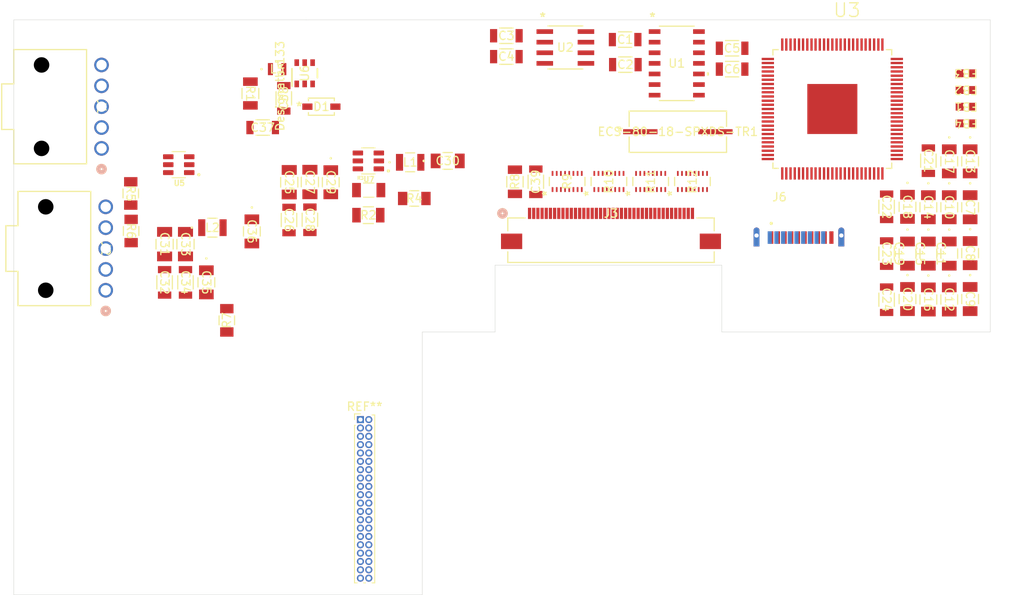
<source format=kicad_pcb>
(kicad_pcb (version 20240108) (generator "pcbnew") (generator_version "8.0")
  (layers (0 "F.Cu" signal) (31 "B.Cu" signal) (34 "B.Paste" user) (35 "F.Paste" user) (36 "B.SilkS" user "B.Silkscreen") (37 "F.SilkS" user "F.Silkscreen") (38 "B.Mask" user) (39 "F.Mask" user) (44 "Edge.Cuts" user))
  (net 0 "")
  (net 1 "+3.3V")
  (net 2 "Net-(U1-OSC2)")
  (net 3 "Net-(U1-OSC1)")
  (net 4 "+5V")
  (net 5 "Net-(U3-OVDD)")
  (net 6 "Net-(U3-AVDD)")
  (net 7 "Net-(U3-PVDD)")
  (net 8 "Net-(U3-DVDD)")
  (net 9 "7V")
  (net 10 "Net-(U7-VBST)")
  (net 11 "Net-(U7-SW)")
  (net 12 "Net-(U5-VBST)")
  (net 13 "Net-(U5-SW)")
  (net 14 "12V")
  (net 15 "Net-(U6-COMP)")
  (net 16 "/LEDA")
  (net 17 "Net-(D1-ANODE)")
  (net 18 "/GND")
  (net 19 "/CAN Bus connection L")
  (net 20 "/CAN Bus connection H")
  (net 22 "/PWR")
  (net 23 "/NC")
  (net 24 "/VSYNC")
  (net 25 "/B6")
  (net 26 "/G1")
  (net 27 "/G4")
  (net 28 "/B1")
  (net 29 "/G3")
  (net 30 "/R1")
  (net 33 "/B5")
  (net 34 "/G2")
  (net 35 "/B7")
  (net 36 "/G0")
  (net 37 "/R7")
  (net 38 "/HSYNC")
  (net 40 "/R4")
  (net 41 "/G6")
  (net 42 "/DISPEN")
  (net 43 "/R0")
  (net 44 "/R6")
  (net 45 "/G5")
  (net 46 "/PIXCLK")
  (net 47 "/B3")
  (net 48 "/LEDK")
  (net 50 "/B2")
  (net 51 "/B4")
  (net 53 "/R2")
  (net 54 "/ACTIVE")
  (net 56 "/B0")
  (net 57 "/G7")
  (net 58 "/R5")
  (net 59 "/R3")
  (net 61 "Net-(U3-RX2-)")
  (net 63 "Net-(U3-RX1+)")
  (net 64 "Net-(U3-RX0-)")
  (net 65 "Net-(U3-RXC+)")
  (net 66 "Net-(U3-RXC-)")
  (net 67 "Net-(U3-RX1-)")
  (net 68 "Net-(U3-RX2+)")
  (net 69 "Net-(J6-SHIELD-PadSH1)")
  (net 70 "Net-(U3-RX0+)")
  (net 75 "Net-(R2-Pad1)")
  (net 76 "Net-(U7-VFB)")
  (net 77 "Net-(R5-Pad2)")
  (net 78 "Net-(U5-VFB)")
  (net 79 "/Rasberry PI (SPI input)")
  (net 80 "/RX")
  (net 81 "/TX")
  (net 82 "/Rasberry PI (chip select)")
  (net 83 "/Rasberry PI (SPI clock input)")
  (net 84 "/Rasberry PI (SPI output)")
  (net 85 "/Rasberry PI (RX interupt active low)")
  (net 86 "/Rasberry PI (TX interupt active low)")
  (net 87 "/Rasberry PI (interupt active low)")
  (net 88 "/Rasberry PI (clock output)")
  (net 111 "/PWRON")
  (net 119 "/PWRON_D")
  (net 121 "/PWM")
  (net 122 "Net-(J3-Pad7)")
  (net 123 "Net-(J3-Pad18)")
  (net 124 "Net-(J3-Pad24)")
  (net 125 "Net-(J3-Pad20)")
  (net 126 "Net-(J3-Pad15)")
  (net 127 "Net-(J3-Pad23)")
  (net 128 "Net-(J3-Pad26)")
  (net 129 "Net-(J3-Pad6)")
  (net 130 "Net-(J3-Pad22)")
  (net 131 "Net-(J3-Pad10)")
  (net 132 "Net-(J3-Pad16)")
  (net 133 "Net-(J3-Pad12)")
  (net 134 "Net-(J3-Pad11)")
  (net 135 "Net-(J3-Pad5)")
  (net 136 "Net-(J3-Pad28)")
  (net 137 "Net-(J3-Pad13)")
  (net 138 "Net-(J3-Pad25)")
  (net 139 "Net-(J3-Pad8)")
  (net 140 "Net-(J3-Pad27)")
  (net 141 "Net-(J3-Pad9)")
  (net 142 "Net-(J3-Pad19)")
  (net 143 "Net-(J3-Pad21)")
  (net 144 "Net-(J3-Pad17)")
  (net 145 "Net-(J3-Pad14)")
  (footprint "CustomLibrary:CONN_SD-105313-100_05_MOL" (layer "F.Cu") (at 115 79.5 -90)
    (property "Reference" "J2" (at -5 0 -90) (layer "F.SilkS"))
    (property "Value" "1053131105")
    (pad "" np_thru_hole circle (at -10 7.180001 270) (size 1.8542 1.8542) (drill 1.8542) (layers))
    (pad "" np_thru_hole circle (at 0 7.180001 270) (size 1.8542 1.8542) (drill 1.8542) (layers))
    (pad "1" thru_hole circle (at 0 0 270) (size 1.7526 1.7526) (drill 1.2446) (layers "*.Cu" "*.Mask"))
    (pad "2" thru_hole circle (at -2.5 0 270) (size 1.7526 1.7526) (drill 1.2446) (layers "*.Cu" "*.Mask") (net 22 "/PWR"))
    (pad "3" thru_hole circle (at -5 0 270) (size 1.7526 1.7526) (drill 1.2446) (layers "*.Cu" "*.Mask") (net 23 "/NC"))
    (pad "4" thru_hole circle (at -7.5 0 270) (size 1.7526 1.7526) (drill 1.2446) (layers "*.Cu" "*.Mask") (net 20 "/CAN Bus connection H"))
    (pad "5" thru_hole circle (at -10 0 270) (size 1.7526 1.7526) (drill 1.2446) (layers "*.Cu" "*.Mask") (net 18 "/GND"))
  )
  (footprint "Connector_PinHeader_1.00mm:PinHeader_2x20_P1.00mm_Vertical" (layer "F.Cu") (at 145.5 95)
    (property "Reference" "REF**" (at 0.5 -1.56 0) (layer "F.SilkS"))
    (property "Value" "PinHeader_2x20_P1.00mm_Vertical")
    (pad "1" thru_hole rect (at 0 0) (size 0.85 0.85) (drill 0.5) (layers "*.Cu" "*.Mask"))
    (pad "2" thru_hole oval (at 1 0) (size 0.85 0.85) (drill 0.5) (layers "*.Cu" "*.Mask"))
    (pad "3" thru_hole oval (at 0 1) (size 0.85 0.85) (drill 0.5) (layers "*.Cu" "*.Mask"))
    (pad "4" thru_hole oval (at 1 1) (size 0.85 0.85) (drill 0.5) (layers "*.Cu" "*.Mask"))
    (pad "5" thru_hole oval (at 0 2) (size 0.85 0.85) (drill 0.5) (layers "*.Cu" "*.Mask"))
    (pad "6" thru_hole oval (at 1 2) (size 0.85 0.85) (drill 0.5) (layers "*.Cu" "*.Mask"))
    (pad "7" thru_hole oval (at 0 3) (size 0.85 0.85) (drill 0.5) (layers "*.Cu" "*.Mask"))
    (pad "8" thru_hole oval (at 1 3) (size 0.85 0.85) (drill 0.5) (layers "*.Cu" "*.Mask"))
    (pad "9" thru_hole oval (at 0 4) (size 0.85 0.85) (drill 0.5) (layers "*.Cu" "*.Mask"))
    (pad "10" thru_hole oval (at 1 4) (size 0.85 0.85) (drill 0.5) (layers "*.Cu" "*.Mask"))
    (pad "11" thru_hole oval (at 0 5) (size 0.85 0.85) (drill 0.5) (layers "*.Cu" "*.Mask"))
    (pad "12" thru_hole oval (at 1 5) (size 0.85 0.85) (drill 0.5) (layers "*.Cu" "*.Mask"))
    (pad "13" thru_hole oval (at 0 6) (size 0.85 0.85) (drill 0.5) (layers "*.Cu" "*.Mask"))
    (pad "14" thru_hole oval (at 1 6) (size 0.85 0.85) (drill 0.5) (layers "*.Cu" "*.Mask"))
    (pad "15" thru_hole oval (at 0 7) (size 0.85 0.85) (drill 0.5) (layers "*.Cu" "*.Mask"))
    (pad "16" thru_hole oval (at 1 7) (size 0.85 0.85) (drill 0.5) (layers "*.Cu" "*.Mask"))
    (pad "17" thru_hole oval (at 0 8) (size 0.85 0.85) (drill 0.5) (layers "*.Cu" "*.Mask"))
    (pad "18" thru_hole oval (at 1 8) (size 0.85 0.85) (drill 0.5) (layers "*.Cu" "*.Mask"))
    (pad "19" thru_hole oval (at 0 9) (size 0.85 0.85) (drill 0.5) (layers "*.Cu" "*.Mask"))
    (pad "20" thru_hole oval (at 1 9) (size 0.85 0.85) (drill 0.5) (layers "*.Cu" "*.Mask"))
    (pad "21" thru_hole oval (at 0 10) (size 0.85 0.85) (drill 0.5) (layers "*.Cu" "*.Mask"))
    (pad "22" thru_hole oval (at 1 10) (size 0.85 0.85) (drill 0.5) (layers "*.Cu" "*.Mask"))
    (pad "23" thru_hole oval (at 0 11) (size 0.85 0.85) (drill 0.5) (layers "*.Cu" "*.Mask"))
    (pad "24" thru_hole oval (at 1 11) (size 0.85 0.85) (drill 0.5) (layers "*.Cu" "*.Mask"))
    (pad "25" thru_hole oval (at 0 12) (size 0.85 0.85) (drill 0.5) (layers "*.Cu" "*.Mask"))
    (pad "26" thru_hole oval (at 1 12) (size 0.85 0.85) (drill 0.5) (layers "*.Cu" "*.Mask"))
    (pad "27" thru_hole oval (at 0 13) (size 0.85 0.85) (drill 0.5) (layers "*.Cu" "*.Mask"))
    (pad "28" thru_hole oval (at 1 13) (size 0.85 0.85) (drill 0.5) (layers "*.Cu" "*.Mask"))
    (pad "29" thru_hole oval (at 0 14) (size 0.85 0.85) (drill 0.5) (layers "*.Cu" "*.Mask"))
    (pad "30" thru_hole oval (at 1 14) (size 0.85 0.85) (drill 0.5) (layers "*.Cu" "*.Mask"))
    (pad "31" thru_hole oval (at 0 15) (size 0.85 0.85) (drill 0.5) (layers "*.Cu" "*.Mask"))
    (pad "32" thru_hole oval (at 1 15) (size 0.85 0.85) (drill 0.5) (layers "*.Cu" "*.Mask"))
    (pad "33" thru_hole oval (at 0 16) (size 0.85 0.85) (drill 0.5) (layers "*.Cu" "*.Mask"))
    (pad "34" thru_hole oval (at 1 16) (size 0.85 0.85) (drill 0.5) (layers "*.Cu" "*.Mask"))
    (pad "35" thru_hole oval (at 0 17) (size 0.85 0.85) (drill 0.5) (layers "*.Cu" "*.Mask"))
    (pad "36" thru_hole oval (at 1 17) (size 0.85 0.85) (drill 0.5) (layers "*.Cu" "*.Mask"))
    (pad "37" thru_hole oval (at 0 18) (size 0.85 0.85) (drill 0.5) (layers "*.Cu" "*.Mask"))
    (pad "38" thru_hole oval (at 1 18) (size 0.85 0.85) (drill 0.5) (layers "*.Cu" "*.Mask"))
    (pad "39" thru_hole oval (at 0 19) (size 0.85 0.85) (drill 0.5) (layers "*.Cu" "*.Mask"))
    (pad "40" thru_hole oval (at 1 19) (size 0.85 0.85) (drill 0.5) (layers "*.Cu" "*.Mask"))
  )
  (footprint "CustomLibrary:DBV0006A_L" (layer "F.Cu") (at 138.8236 53.5 90)
    (property "Reference" "U6" (at 0 0 90) (layer "F.SilkS"))
    (property "Value" "TPS61165DBV")
    (fp_text user "Designator133" (at -1.524 -2.9464 90) (layer "F.SilkS"))
    (pad "1" smd rect (at -1.275001 -0.950001 180) (size 0.549999 0.800001) (layers "F.Cu" "F.Paste" "F.Mask") (net 14 "12V"))
    (pad "2" smd rect (at -1.275001 0 180) (size 0.549999 0.800001) (layers "F.Cu" "F.Paste" "F.Mask") (net 121 "/PWM"))
    (pad "3" smd rect (at -1.275001 0.949998 180) (size 0.549999 0.800001) (layers "F.Cu" "F.Paste" "F.Mask") (net 17 "Net-(D1-ANODE)"))
    (pad "4" smd rect (at 1.274999 0.949998 180) (size 0.549999 0.800001) (layers "F.Cu" "F.Paste" "F.Mask") (net 1 "+3.3V"))
    (pad "5" smd rect (at 1.274999 0 180) (size 0.549999 0.800001) (layers "F.Cu" "F.Paste" "F.Mask") (net 15 "Net-(U6-COMP)"))
    (pad "6" smd rect (at 1.274999 -0.950001 180) (size 0.549999 0.800001) (layers "F.Cu" "F.Paste" "F.Mask") (net 48 "/LEDK"))
  )
  (footprint "CustomLibrary:CAP_1206_B_WAL" (layer "F.Cu") (at 218.5 64.0522 -90)
    (property "Reference" "C13" (at 0 0 -90) (layer "F.SilkS"))
    (property "Value" "0.1uF")
    (pad "1" smd rect (at -1.4478 0 270) (size 1.1684 1.7526) (layers "F.Cu" "F.Paste" "F.Mask") (net 8 "Net-(U3-DVDD)"))
    (pad "2" smd rect (at 1.4478 0 270) (size 1.1684 1.7526) (layers "F.Cu" "F.Paste" "F.Mask") (net 18 "/GND"))
  )
  (footprint "CustomLibrary:IND_TAIYO_LBR2012_TAY" (layer "F.Cu") (at 135.5235 53)
    (property "Reference" "L3" (at 0 0 0) (layer "F.SilkS"))
    (property "Value" "10uH")
    (pad "1" smd rect (at -0.8001 0) (size 0.6096 1.4478) (layers "F.Cu" "F.Paste" "F.Mask") (net 17 "Net-(D1-ANODE)"))
    (pad "2" smd rect (at 0.8001 0) (size 0.6096 1.4478) (layers "F.Cu" "F.Paste" "F.Mask") (net 14 "12V"))
  )
  (footprint "CustomLibrary:RES_YC248_4X1P6_YAG" (layer "F.Cu") (at 180.250001 66.4652 90)
    (property "Reference" "R11" (at 0 0 90) (layer "F.SilkS"))
    (property "Value" "YC248-JR-07330RL")
    (fp_text user "*" (at -1.4351 -2.4104 90) (layer "F.SilkS"))
    (fp_text user "*" (at -1.4351 -2.4104 90) (layer "F.SilkS"))
    (pad "1" smd rect (at -0.9652 -1.749999 90) (size 0.5842 0.2032) (layers "F.Cu" "F.Paste" "F.Mask") (net 143 "Net-(J3-Pad21)"))
    (pad "2" smd rect (at -0.9652 -1.25 90) (size 0.5842 0.2032) (layers "F.Cu" "F.Paste" "F.Mask") (net 130 "Net-(J3-Pad22)"))
    (pad "3" smd rect (at -0.9652 -0.750001 90) (size 0.5842 0.2032) (layers "F.Cu" "F.Paste" "F.Mask") (net 127 "Net-(J3-Pad23)"))
    (pad "4" smd rect (at -0.9652 -0.25 90) (size 0.5842 0.2032) (layers "F.Cu" "F.Paste" "F.Mask") (net 124 "Net-(J3-Pad24)"))
    (pad "5" smd rect (at -0.9652 0.25 90) (size 0.5842 0.2032) (layers "F.Cu" "F.Paste" "F.Mask") (net 138 "Net-(J3-Pad25)"))
    (pad "6" smd rect (at -0.9652 0.750001 90) (size 0.5842 0.2032) (layers "F.Cu" "F.Paste" "F.Mask") (net 128 "Net-(J3-Pad26)"))
    (pad "7" smd rect (at -0.9652 1.25 90) (size 0.5842 0.2032) (layers "F.Cu" "F.Paste" "F.Mask") (net 140 "Net-(J3-Pad27)"))
    (pad "8" smd rect (at -0.9652 1.749999 90) (size 0.5842 0.2032) (layers "F.Cu" "F.Paste" "F.Mask") (net 136 "Net-(J3-Pad28)"))
    (pad "9" smd rect (at 0.9652 1.749999 90) (size 0.5842 0.2032) (layers "F.Cu" "F.Paste" "F.Mask") (net 35 "/B7"))
    (pad "10" smd rect (at 0.9652 1.25 90) (size 0.5842 0.2032) (layers "F.Cu" "F.Paste" "F.Mask") (net 25 "/B6"))
    (pad "11" smd rect (at 0.9652 0.750001 90) (size 0.5842 0.2032) (layers "F.Cu" "F.Paste" "F.Mask") (net 33 "/B5"))
    (pad "12" smd rect (at 0.9652 0.25 90) (size 0.5842 0.2032) (layers "F.Cu" "F.Paste" "F.Mask") (net 51 "/B4"))
    (pad "13" smd rect (at 0.9652 -0.25 90) (size 0.5842 0.2032) (layers "F.Cu" "F.Paste" "F.Mask") (net 47 "/B3"))
    (pad "14" smd rect (at 0.9652 -0.750001 90) (size 0.5842 0.2032) (layers "F.Cu" "F.Paste" "F.Mask") (net 50 "/B2"))
    (pad "15" smd rect (at 0.9652 -1.25 90) (size 0.5842 0.2032) (layers "F.Cu" "F.Paste" "F.Mask") (net 28 "/B1"))
    (pad "16" smd rect (at 0.9652 -1.749999 90) (size 0.5842 0.2032) (layers "F.Cu" "F.Paste" "F.Mask") (net 56 "/B0"))
  )
  (footprint "CustomLibrary:CONN40_CF3140_CVI" (layer "F.Cu") (at 175.5 73.5)
    (property "Reference" "J3" (at 0 -3.2131 0) (layer "F.SilkS"))
    (property "Value" "Conn_01x40_Socket")
    (pad "1" smd rect (at -9.752457 -3.2131) (size 0.381 1.3462) (layers "F.Cu" "F.Paste" "F.Mask") (net 48 "/LEDK"))
    (pad "2" smd rect (at -9.252331 -3.2131) (size 0.381 1.3462) (layers "F.Cu" "F.Paste" "F.Mask") (net 16 "/LEDA"))
    (pad "3" smd rect (at -8.752205 -3.2131) (size 0.381 1.3462) (layers "F.Cu" "F.Paste" "F.Mask") (net 1 "+3.3V"))
    (pad "4" smd rect (at -8.252079 -3.2131) (size 0.381 1.3462) (layers "F.Cu" "F.Paste" "F.Mask") (net 1 "+3.3V"))
    (pad "5" smd rect (at -7.751953 -3.2131) (size 0.381 1.3462) (layers "F.Cu" "F.Paste" "F.Mask") (net 135 "Net-(J3-Pad5)"))
    (pad "6" smd rect (at -7.251827 -3.2131) (size 0.381 1.3462) (layers "F.Cu" "F.Paste" "F.Mask") (net 129 "Net-(J3-Pad6)"))
    (pad "7" smd rect (at -6.751701 -3.2131) (size 0.381 1.3462) (layers "F.Cu" "F.Paste" "F.Mask") (net 122 "Net-(J3-Pad7)"))
    (pad "8" smd rect (at -6.251575 -3.2131) (size 0.381 1.3462) (layers "F.Cu" "F.Paste" "F.Mask") (net 139 "Net-(J3-Pad8)"))
    (pad "9" smd rect (at -5.751449 -3.2131) (size 0.381 1.3462) (layers "F.Cu" "F.Paste" "F.Mask") (net 141 "Net-(J3-Pad9)"))
    (pad "10" smd rect (at -5.251323 -3.2131) (size 0.381 1.3462) (layers "F.Cu" "F.Paste" "F.Mask") (net 131 "Net-(J3-Pad10)"))
    (pad "11" smd rect (at -4.751197 -3.2131) (size 0.381 1.3462) (layers "F.Cu" "F.Paste" "F.Mask") (net 134 "Net-(J3-Pad11)"))
    (pad "12" smd rect (at -4.251071 -3.2131) (size 0.381 1.3462) (layers "F.Cu" "F.Paste" "F.Mask") (net 133 "Net-(J3-Pad12)"))
    (pad "13" smd rect (at -3.750945 -3.2131) (size 0.381 1.3462) (layers "F.Cu" "F.Paste" "F.Mask") (net 137 "Net-(J3-Pad13)"))
    (pad "14" smd rect (at -3.250819 -3.2131) (size 0.381 1.3462) (layers "F.Cu" "F.Paste" "F.Mask") (net 145 "Net-(J3-Pad14)"))
    (pad "15" smd rect (at -2.750693 -3.2131) (size 0.381 1.3462) (layers "F.Cu" "F.Paste" "F.Mask") (net 126 "Net-(J3-Pad15)"))
    (pad "16" smd rect (at -2.250567 -3.2131) (size 0.381 1.3462) (layers "F.Cu" "F.Paste" "F.Mask") (net 132 "Net-(J3-Pad16)"))
    (pad "17" smd rect (at -1.750441 -3.2131) (size 0.381 1.3462) (layers "F.Cu" "F.Paste" "F.Mask") (net 144 "Net-(J3-Pad17)"))
    (pad "18" smd rect (at -1.250315 -3.2131) (size 0.381 1.3462) (layers "F.Cu" "F.Paste" "F.Mask") (net 123 "Net-(J3-Pad18)"))
    (pad "19" smd rect (at -0.750189 -3.2131) (size 0.381 1.3462) (layers "F.Cu" "F.Paste" "F.Mask") (net 142 "Net-(J3-Pad19)"))
    (pad "20" smd rect (at -0.250063 -3.2131) (size 0.381 1.3462) (layers "F.Cu" "F.Paste" "F.Mask") (net 125 "Net-(J3-Pad20)"))
    (pad "21" smd rect (at 0.250063 -3.2131) (size 0.381 1.3462) (layers "F.Cu" "F.Paste" "F.Mask") (net 143 "Net-(J3-Pad21)"))
    (pad "22" smd rect (at 0.750189 -3.2131) (size 0.381 1.3462) (layers "F.Cu" "F.Paste" "F.Mask") (net 130 "Net-(J3-Pad22)"))
    (pad "23" smd rect (at 1.250315 -3.2131) (size 0.381 1.3462) (layers "F.Cu" "F.Paste" "F.Mask") (net 127 "Net-(J3-Pad23)"))
    (pad "24" smd rect (at 1.750441 -3.2131) (size 0.381 1.3462) (layers "F.Cu" "F.Paste" "F.Mask") (net 124 "Net-(J3-Pad24)"))
    (pad "25" smd rect (at 2.250567 -3.2131) (size 0.381 1.3462) (layers "F.Cu" "F.Paste" "F.Mask") (net 138 "Net-(J3-Pad25)"))
    (pad "26" smd rect (at 2.750693 -3.2131) (size 0.381 1.3462) (layers "F.Cu" "F.Paste" "F.Mask") (net 128 "Net-(J3-Pad26)"))
    (pad "27" smd rect (at 3.250819 -3.2131) (size 0.381 1.3462) (layers "F.Cu" "F.Paste" "F.Mask") (net 140 "Net-(J3-Pad27)"))
    (pad "28" smd rect (at 3.750945 -3.2131) (size 0.381 1.3462) (layers "F.Cu" "F.Paste" "F.Mask") (net 136 "Net-(J3-Pad28)"))
    (pad "29" smd rect (at 4.251071 -3.2131) (size 0.381 1.3462) (layers "F.Cu" "F.Paste" "F.Mask") (net 1 "+3.3V"))
    (pad "30" smd rect (at 4.751197 -3.2131) (size 0.381 1.3462) (layers "F.Cu" "F.Paste" "F.Mask") (net 46 "/PIXCLK"))
    (pad "31" smd rect (at 5.251323 -3.2131) (size 0.381 1.3462) (layers "F.Cu" "F.Paste" "F.Mask") (net 54 "/ACTIVE"))
    (pad "32" smd rect (at 5.751449 -3.2131) (size 0.381 1.3462) (layers "F.Cu" "F.Paste" "F.Mask") (net 38 "/HSYNC"))
    (pad "33" smd rect (at 6.251575 -3.2131) (size 0.381 1.3462) (layers "F.Cu" "F.Paste" "F.Mask") (net 24 "/VSYNC"))
    (pad "34" smd rect (at 6.751701 -3.2131) (size 0.381 1.3462) (layers "F.Cu" "F.Paste" "F.Mask") (net 42 "/DISPEN"))
    (pad "35" smd rect (at 7.251827 -3.2131) (size 0.381 1.3462) (layers "F.Cu" "F.Paste" "F.Mask"))
    (pad "36" smd rect (at 7.751953 -3.2131) (size 0.381 1.3462) (layers "F.Cu" "F.Paste" "F.Mask"))
    (pad "37" smd rect (at 8.252079 -3.2131) (size 0.381 1.3462) (layers "F.Cu" "F.Paste" "F.Mask"))
    (pad "38" smd rect (at 8.752205 -3.2131) (size 0.381 1.3462) (layers "F.Cu" "F.Paste" "F.Mask"))
    (pad "39" smd rect (at 9.252331 -3.2131) (size 0.381 1.3462) (layers "F.Cu" "F.Paste" "F.Mask"))
    (pad "40" smd rect (at 9.752457 -3.2131) (size 0.381 1.3462) (layers "F.Cu" "F.Paste" "F.Mask"))
    (pad "41" smd rect (at -11.899999 0.136901) (size 2.54 1.8542) (layers "F.Cu" "F.Paste" "F.Mask"))
    (pad "42" smd rect (at 11.899999 0.136901) (size 2.54 1.8542) (layers "F.Cu" "F.Paste" "F.Mask"))
  )
  (footprint "CustomLibrary:CL1206_SAM" (layer "F.Cu") (at 122.0527 73.9732 -90)
    (property "Reference" "C31" (at 0 0 -90) (layer "F.SilkS"))
    (property "Value" "22uF")
    (pad "1" smd rect (at -1.4732 0 270) (size 1.1684 1.8034) (layers "F.Cu" "F.Paste" "F.Mask") (net 4 "+5V"))
    (pad "2" smd rect (at 1.4732 0 270) (size 1.1684 1.8034) (layers "F.Cu" "F.Paste" "F.Mask") (net 1 "+3.3V"))
  )
  (footprint "CustomLibrary:CAP_CL31_SAM" (layer "F.Cu") (at 208.5 75.1044 -90)
    (property "Reference" "C23" (at 0 0 -90) (layer "F.SilkS"))
    (property "Value" "10uF")
    (pad "1" smd rect (at -1.527801 0 270) (size 0.8556 1.6) (layers "F.Cu" "F.Paste" "F.Mask") (net 6 "Net-(U3-AVDD)"))
    (pad "2" smd rect (at 1.527801 0 270) (size 0.8556 1.6) (layers "F.Cu" "F.Paste" "F.Mask") (net 1 "+3.3V"))
  )
  (footprint "CustomLibrary:CAP_1206_B_WAL" (layer "F.Cu") (at 216 80.6044 -90)
    (property "Reference" "C12" (at 0 0 -90) (layer "F.SilkS"))
    (property "Value" "0.1uF")
    (pad "1" smd rect (at -1.4478 0 270) (size 1.1684 1.7526) (layers "F.Cu" "F.Paste" "F.Mask") (net 7 "Net-(U3-PVDD)"))
    (pad "2" smd rect (at 1.4478 0 270) (size 1.1684 1.7526) (layers "F.Cu" "F.Paste" "F.Mask") (net 1 "+3.3V"))
  )
  (footprint "CustomLibrary:CAP_CL31_SAM" (layer "F.Cu") (at 177.1914 49.46)
    (property "Reference" "C1" (at 0 0 0) (layer "F.SilkS"))
    (property "Value" "22pF")
    (pad "1" smd rect (at -1.527801 0) (size 0.8556 1.6) (layers "F.Cu" "F.Paste" "F.Mask") (net 1 "+3.3V"))
    (pad "2" smd rect (at 1.527801 0) (size 0.8556 1.6) (layers "F.Cu" "F.Paste" "F.Mask") (net 2 "Net-(U1-OSC2)"))
  )
  (footprint "CustomLibrary:CAP_1206_B_WAL" (layer "F.Cu") (at 216 64.0522 -90)
    (property "Reference" "C17" (at 0 0 -90) (layer "F.SilkS"))
    (property "Value" "0.1uF")
    (pad "1" smd rect (at -1.4478 0 270) (size 1.1684 1.7526) (layers "F.Cu" "F.Paste" "F.Mask") (net 8 "Net-(U3-DVDD)"))
    (pad "2" smd rect (at 1.4478 0 270) (size 1.1684 1.7526) (layers "F.Cu" "F.Paste" "F.Mask") (net 1 "+3.3V"))
  )
  (footprint "CustomLibrary:CAP_CL31_SAM" (layer "F.Cu") (at 213.5 63.972199 -90)
    (property "Reference" "C21" (at 0 0 -90) (layer "F.SilkS"))
    (property "Value" "10uF")
    (pad "1" smd rect (at -1.527801 0 270) (size 0.8556 1.6) (layers "F.Cu" "F.Paste" "F.Mask") (net 8 "Net-(U3-DVDD)"))
    (pad "2" smd rect (at 1.527801 0 270) (size 0.8556 1.6) (layers "F.Cu" "F.Paste" "F.Mask") (net 1 "+3.3V"))
  )
  (footprint "CustomLibrary:RC1206N_YAG" (layer "F.Cu") (at 118.0439 72.398 -90)
    (property "Reference" "R6" (at 0 0 -90) (layer "F.SilkS"))
    (property "Value" "4.7k")
    (pad "1" smd rect (at -1.397 0 270) (size 1.1176 1.6002) (layers "F.Cu" "F.Paste" "F.Mask") (net 77 "Net-(R5-Pad2)"))
    (pad "2" smd rect (at 1.397 0 270) (size 1.1176 1.6002) (layers "F.Cu" "F.Paste" "F.Mask") (net 78 "Net-(U5-VFB)"))
  )
  (footprint "CustomLibrary:CL1206_SAM" (layer "F.Cu") (at 136.9746 66.5536 -90)
    (property "Reference" "C25" (at 0 0 -90) (layer "F.SilkS"))
    (property "Value" "22uF")
    (pad "1" smd rect (at -1.4732 0 270) (size 1.1684 1.8034) (layers "F.Cu" "F.Paste" "F.Mask") (net 1 "+3.3V"))
    (pad "2" smd rect (at 1.4732 0 270) (size 1.1684 1.8034) (layers "F.Cu" "F.Paste" "F.Mask") (net 1 "+3.3V"))
  )
  (footprint "CustomLibrary:SOT95P280X110-6N" (layer "F.Cu") (at 146.4478 64 180)
    (property "Reference" "U7" (at -0.068 -2.2064 0) (layer "F.SilkS") (effects (font (size 0.64 0.64))))
    (property "Value" "TPS562201")
    (pad "1" smd roundrect (at -1.255 -0.95 180) (size 1.25 0.59) (layers "F.Cu" "F.Paste" "F.Mask") (roundrect_rratio 0.125) (net 1 "+3.3V"))
    (pad "2" smd roundrect (at -1.255 0 180) (size 1.25 0.59) (layers "F.Cu" "F.Paste" "F.Mask") (roundrect_rratio 0.125) (net 11 "Net-(U7-SW)"))
    (pad "3" smd roundrect (at -1.255 0.95 180) (size 1.25 0.59) (layers "F.Cu" "F.Paste" "F.Mask") (roundrect_rratio 0.125) (net 9 "7V"))
    (pad "4" smd roundrect (at 1.255 0.95 180) (size 1.25 0.59) (layers "F.Cu" "F.Paste" "F.Mask") (roundrect_rratio 0.125) (net 76 "Net-(U7-VFB)"))
    (pad "5" smd roundrect (at 1.255 0 180) (size 1.25 0.59) (layers "F.Cu" "F.Paste" "F.Mask") (roundrect_rratio 0.125) (net 9 "7V"))
    (pad "6" smd roundrect (at 1.255 -0.95 180) (size 1.25 0.59) (layers "F.Cu" "F.Paste" "F.Mask") (roundrect_rratio 0.125) (net 10 "Net-(U7-VBST)"))
  )
  (footprint "CustomLibrary:CAP_1206_B_WAL" (layer "F.Cu") (at 132.5 72.4478 -90)
    (property "Reference" "C36" (at 0 0 -90) (layer "F.SilkS"))
    (property "Value" "0.1uF")
    (pad "1" smd rect (at -1.4478 0 270) (size 1.1684 1.7526) (layers "F.Cu" "F.Paste" "F.Mask") (net 13 "Net-(U5-SW)"))
    (pad "2" smd rect (at 1.4478 0 270) (size 1.1684 1.7526) (layers "F.Cu" "F.Paste" "F.Mask") (net 12 "Net-(U5-VBST)"))
  )
  (footprint "CustomLibrary:CAP_CL31_SAM" (layer "F.Cu") (at 208.5 69.5 -90)
    (property "Reference" "C22" (at 0 0 -90) (layer "F.SilkS"))
    (property "Value" "10uF")
    (pad "1" smd rect (at -1.527801 0 270) (size 0.8556 1.6) (layers "F.Cu" "F.Paste" "F.Mask") (net 5 "Net-(U3-OVDD)"))
    (pad "2" smd rect (at 1.527801 0 270) (size 0.8556 1.6) (layers "F.Cu" "F.Paste" "F.Mask") (net 1 "+3.3V"))
  )
  (footprint "CustomLibrary:CAP_1206_B_WAL" (layer "F.Cu") (at 213.5 80.6044 -90)
    (property "Reference" "C16" (at 0 0 -90) (layer "F.SilkS"))
    (property "Value" "0.1uF")
    (pad "1" smd rect (at -1.4478 0 270) (size 1.1684 1.7526) (layers "F.Cu" "F.Paste" "F.Mask") (net 7 "Net-(U3-PVDD)"))
    (pad "2" smd rect (at 1.4478 0 270) (size 1.1684 1.7526) (layers "F.Cu" "F.Paste" "F.Mask") (net 1 "+3.3V"))
  )
  (footprint "CustomLibrary:FERRITE_0603_1P6XP8_MUR" (layer "F.Cu") (at 218 57.5 180)
    (property "Reference" "FB1" (at 0 0 180) (layer "F.SilkS"))
    (property "Value" "BLM18RK601SN1D" (hide yes))
    (pad "1" smd rect (at -0.7493 0 180) (size 0.9652 0.9398) (layers "F.Cu" "F.Paste" "F.Mask") (net 1 "+3.3V"))
    (pad "2" smd rect (at 0.7493 0 180) (size 0.9652 0.9398) (layers "F.Cu" "F.Paste" "F.Mask") (net 5 "Net-(U3-OVDD)"))
  )
  (footprint "CustomLibrary:IND_TAIYO_LB3218_TAY" (layer "F.Cu") (at 151.454 64.1665)
    (property "Reference" "L1" (at 0 0 0) (layer "F.SilkS"))
    (property "Value" "3.3uH")
    (pad "1" smd rect (at -1.27635 0) (size 0.8509 2.0066) (layers "F.Cu" "F.Paste" "F.Mask") (net 1 "+3.3V"))
    (pad "2" smd rect (at 1.27635 0) (size 0.8509 2.0066) (layers "F.Cu" "F.Paste" "F.Mask") (net 11 "Net-(U7-SW)"))
  )
  (footprint "CustomLibrary:SOT95P280X110-6N" (layer "F.Cu") (at 123.745 64.45 180)
    (property "Reference" "U5" (at -0.068 -2.2064 360) (layer "F.SilkS") (effects (font (size 0.64 0.64))))
    (property "Value" "TPS562201")
    (pad "1" smd roundrect (at -1.255 -0.95 180) (size 1.25 0.59) (layers "F.Cu" "F.Paste" "F.Mask") (roundrect_rratio 0.125) (net 18 "/GND"))
    (pad "2" smd roundrect (at -1.255 0 180) (size 1.25 0.59) (layers "F.Cu" "F.Paste" "F.Mask") (roundrect_rratio 0.125) (net 13 "Net-(U5-SW)"))
    (pad "3" smd roundrect (at -1.255 0.95 180) (size 1.25 0.59) (layers "F.Cu" "F.Paste" "F.Mask") (roundrect_rratio 0.125) (net 9 "7V"))
    (pad "4" smd roundrect (at 1.255 0.95 180) (size 1.25 0.59) (layers "F.Cu" "F.Paste" "F.Mask") (roundrect_rratio 0.125) (net 78 "Net-(U5-VFB)"))
    (pad "5" smd roundrect (at 1.255 0 180) (size 1.25 0.59) (layers "F.Cu" "F.Paste" "F.Mask") (roundrect_rratio 0.125) (net 9 "7V"))
    (pad "6" smd roundrect (at 1.255 -0.95 180) (size 1.25 0.59) (layers "F.Cu" "F.Paste" "F.Mask") (roundrect_rratio 0.125) (net 12 "Net-(U5-VBST)"))
  )
  (footprint "CustomLibrary:CAP_1206_B_WAL" (layer "F.Cu") (at 127.0527 78.5522 -90)
    (property "Reference" "C35" (at 0 0 -90) (layer "F.SilkS"))
    (property "Value" "0.1uF")
    (pad "1" smd rect (at -1.4478 0 270) (size 1.1684 1.7526) (layers "F.Cu" "F.Paste" "F.Mask") (net 1 "+3.3V"))
    (pad "2" smd rect (at 1.4478 0 270) (size 1.1684 1.7526) (layers "F.Cu" "F.Paste" "F.Mask") (net 9 "7V"))
  )
  (footprint "CustomLibrary:CAP_CL31_SAM" (layer "F.Cu") (at 190 53)
    (property "Reference" "C6" (at 0 0 0) (layer "F.SilkS"))
    (property "Value" "10nF")
    (pad "1" smd rect (at -1.527801 0) (size 0.8556 1.6) (layers "F.Cu" "F.Paste" "F.Mask") (net 4 "+5V"))
    (pad "2" smd rect (at 1.527801 0) (size 0.8556 1.6) (layers "F.Cu" "F.Paste" "F.Mask") (net 1 "+3.3V"))
  )
  (footprint "CustomLibrary:QFP50P1600X1600X120-101N" (layer "F.Cu") (at 202 57.7784)
    (property "Reference" "U3" (at 1.752975 -11.838925 0) (layer "F.SilkS") (effects (font (size 1.640354 1.640354))))
    (property "Value" "~")
    (pad "1" smd rect (at -7.7216 -5.9944) (size 1.4732 0.2794) (layers "F.Cu" "F.Paste" "F.Mask") (net 1 "+3.3V"))
    (pad "2" smd rect (at -7.7216 -5.5118) (size 1.4732 0.2794) (layers "F.Cu" "F.Paste" "F.Mask") (net 111 "/PWRON"))
    (pad "3" smd rect (at -7.7216 -5.0038) (size 1.4732 0.2794) (layers "F.Cu" "F.Paste" "F.Mask") (net 1 "+3.3V"))
    (pad "4" smd rect (at -7.7216 -4.4958) (size 1.4732 0.2794) (layers "F.Cu" "F.Paste" "F.Mask") (net 1 "+3.3V"))
    (pad "5" smd rect (at -7.7216 -3.9878) (size 1.4732 0.2794) (layers "F.Cu" "F.Paste" "F.Mask") (net 1 "+3.3V"))
    (pad "6" smd rect (at -7.7216 -3.5052) (size 1.4732 0.2794) (layers "F.Cu" "F.Paste" "F.Mask") (net 8 "Net-(U3-DVDD)"))
    (pad "7" smd rect (at -7.7216 -2.9972) (size 1.4732 0.2794) (layers "F.Cu" "F.Paste" "F.Mask") (net 1 "+3.3V"))
    (pad "8" smd rect (at -7.7216 -2.4892) (size 1.4732 0.2794) (layers "F.Cu" "F.Paste" "F.Mask") (net 54 "/ACTIVE"))
    (pad "9" smd rect (at -7.7216 -2.0066) (size 1.4732 0.2794) (layers "F.Cu" "F.Paste" "F.Mask") (net 119 "/PWRON_D"))
    (pad "10" smd rect (at -7.7216 -1.4986) (size 1.4732 0.2794) (layers "F.Cu" "F.Paste" "F.Mask") (net 56 "/B0"))
    (pad "11" smd rect (at -7.7216 -0.9906) (size 1.4732 0.2794) (layers "F.Cu" "F.Paste" "F.Mask") (net 28 "/B1"))
    (pad "12" smd rect (at -7.7216 -0.508) (size 1.4732 0.2794) (layers "F.Cu" "F.Paste" "F.Mask") (net 50 "/B2"))
    (pad "13" smd rect (at -7.7216 0) (size 1.4732 0.2794) (layers "F.Cu" "F.Paste" "F.Mask") (net 47 "/B3"))
    (pad "14" smd rect (at -7.7216 0.508) (size 1.4732 0.2794) (layers "F.Cu" "F.Paste" "F.Mask") (net 51 "/B4"))
    (pad "15" smd rect (at -7.7216 0.9906) (size 1.4732 0.2794) (layers "F.Cu" "F.Paste" "F.Mask") (net 33 "/B5"))
    (pad "16" smd rect (at -7.7216 1.4986) (size 1.4732 0.2794) (layers "F.Cu" "F.Paste" "F.Mask") (net 25 "/B6"))
    (pad "17" smd rect (at -7.7216 2.0066) (size 1.4732 0.2794) (layers "F.Cu" "F.Paste" "F.Mask") (net 35 "/B7"))
    (pad "18" smd rect (at -7.7216 2.4892) (size 1.4732 0.2794) (layers "F.Cu" "F.Paste" "F.Mask") (net 5 "Net-(U3-OVDD)"))
    (pad "19" smd rect (at -7.7216 2.9972) (size 1.4732 0.2794) (layers "F.Cu" "F.Paste" "F.Mask") (net 1 "+3.3V"))
    (pad "20" smd rect (at -7.7216 3.5052) (size 1.4732 0.2794) (layers "F.Cu" "F.Paste" "F.Mask") (net 36 "/G0"))
    (pad "21" smd rect (at -7.7216 3.9878) (size 1.4732 0.2794) (layers "F.Cu" "F.Paste" "F.Mask") (net 26 "/G1"))
    (pad "22" smd rect (at -7.7216 4.4958) (size 1.4732 0.2794) (layers "F.Cu" "F.Paste" "F.Mask") (net 34 "/G2"))
    (pad "23" smd rect (at -7.7216 5.0038) (size 1.4732 0.2794) (layers "F.Cu" "F.Paste" "F.Mask") (net 29 "/G3"))
    (pad "24" smd rect (at -7.7216 5.5118) (size 1.4732 0.2794) (layers "F.Cu" "F.Paste" "F.Mask") (net 27 "/G4"))
    (pad "25" smd rect (at -7.7216 5.9944) (size 1.4732 0.2794) (layers "F.Cu" "F.Paste" "F.Mask") (net 45 "/G5"))
    (pad "26" smd rect (at -5.9944 7.7216) (size 0.2794 1.4732) (layers "F.Cu" "F.Paste" "F.Mask") (net 41 "/G6"))
    (pad "27" smd rect (at -5.5118 7.7216) (size 0.2794 1.4732) (layers "F.Cu" "F.Paste" "F.Mask") (net 57 "/G7"))
    (pad "28" smd rect (at -5.0038 7.7216) (size 0.2794 1.4732) (layers "F.Cu" "F.Paste" "F.Mask") (net 1 "+3.3V"))
    (pad "29" smd rect (at -4.4958 7.7216) (size 0.2794 1.4732) (layers "F.Cu" "F.Paste" "F.Mask") (net 5 "Net-(U3-OVDD)"))
    (pad "30" smd rect (at -3.9878 7.7216) (size 0.2794 1.4732) (layers "F.Cu" "F.Paste" "F.Mask") (net 43 "/R0"))
    (pad "31" smd rect (at -3.5052 7.7216) (size 0.2794 1.4732) (layers "F.Cu" "F.Paste" "F.Mask") (net 30 "/R1"))
    (pad "32" smd rect (at -2.9972 7.7216) (size 0.2794 1.4732) (layers "F.Cu" "F.Paste" "F.Mask") (net 53 "/R2"))
    (pad "33" smd rect (at -2.4892 7.7216) (size 0.2794 1.4732) (layers "F.Cu" "F.Paste" "F.Mask") (net 59 "/R3"))
    (pad "34" smd rect (at -2.0066 7.7216) (size 0.2794 1.4732) (layers "F.Cu" "F.Paste" "F.Mask") (net 40 "/R4"))
    (pad "35" smd rect (at -1.4986 7.7216) (size 0.2794 1.4732) (layers "F.Cu" "F.Paste" "F.Mask") (net 58 "/R5"))
    (pad "36" smd rect (at -0.9906 7.7216) (size 0.2794 1.4732) (layers "F.Cu" "F.Paste" "F.Mask") (net 44 "/R6"))
    (pad "37" smd rect (at -0.508 7.7216) (size 0.2794 1.4732) (layers "F.Cu" "F.Paste" "F.Mask") (net 37 "/R7"))
    (pad "38" smd rect (at 0 7.7216) (size 0.2794 1.4732) (layers "F.Cu" "F.Paste" "F.Mask") (net 8 "Net-(U3-DVDD)"))
    (pad "39" smd rect (at 0.508 7.7216) (size 0.2794 1.4732) (layers "F.Cu" "F.Paste" "F.Mask") (net 1 "+3.3V"))
    (pad "40" smd rect (at 0.9906 7.7216) (size 0.2794 1.4732) (layers "F.Cu" "F.Paste" "F.Mask"))
    (pad "41" smd rect (at 1.4986 7.7216) (size 0.2794 1.4732) (layers "F.Cu" "F.Paste" "F.Mask"))
    (pad "42" smd rect (at 2.0066 7.7216) (size 0.2794 1.4732) (layers "F.Cu" "F.Paste" "F.Mask"))
    (pad "43" smd rect (at 2.4892 7.7216) (size 0.2794 1.4732) (layers "F.Cu" "F.Paste" "F.Mask") (net 5 "Net-(U3-OVDD)"))
    (pad "44" smd rect (at 2.9972 7.7216) (size 0.2794 1.4732) (layers "F.Cu" "F.Paste" "F.Mask") (net 46 "/PIXCLK"))
    (pad "45" smd rect (at 3.5052 7.7216) (size 0.2794 1.4732) (layers "F.Cu" "F.Paste" "F.Mask") (net 1 "+3.3V"))
    (pad "46" smd rect (at 3.9878 7.7216) (size 0.2794 1.4732) (layers "F.Cu" "F.Paste" "F.Mask") (net 42 "/DISPEN"))
    (pad "47" smd rect (at 4.4958 7.7216) (size 0.2794 1.4732) (layers "F.Cu" "F.Paste" "F.Mask") (net 24 "/VSYNC"))
    (pad "48" smd rect (at 5.0038 7.7216) (size 0.2794 1.4732) (layers "F.Cu" "F.Paste" "F.Mask") (net 38 "/HSYNC"))
    (pad "49" smd rect (at 5.5118 7.7216) (size 0.2794 1.4732) (layers "F.Cu" "F.Paste" "F.Mask"))
    (pad "50" smd rect (at 5.9944 7.7216) (size 0.2794 1.4732) (layers "F.Cu" "F.Paste" "F.Mask"))
    (pad "51" smd rect (at 7.7216 5.9944) (size 1.4732 0.2794) (layers "F.Cu" "F.Paste" "F.Mask"))
    (pad "52" smd rect (at 7.7216 5.5118) (size 1.4732 0.2794) (layers "F.Cu" "F.Paste" "F.Mask"))
    (pad "53" smd rect (at 7.7216 5.0038) (size 1.4732 0.2794) (layers "F.Cu" "F.Paste" "F.Mask"))
    (pad "54" smd rect (at 7.7216 4.4958) (size 1.4732 0.2794) (layers "F.Cu" "F.Paste" "F.Mask"))
    (pad "55" smd rect (at 7.7216 3.9878) (size 1.4732 0.2794) (layers "F.Cu" "F.Paste" "F.Mask"))
    (pad "56" smd rect (at 7.7216 3.5052) (size 1.4732 0.2794) (layers "F.Cu" "F.Paste" "F.Mask"))
    (pad "57" smd rect (at 7.7216 2.9972) (size 1.4732 0.2794) (layers "F.Cu" "F.Paste" "F.Mask") (net 5 "Net-(U3-OVDD)"))
    (pad "58" smd rect (at 7.7216 2.4892) (size 1.4732 0.2794) (layers "F.Cu" "F.Paste" "F.Mask") (net 1 "+3.3V"))
    (pad "59" smd rect (at 7.7216 2.0066) (size 1.4732 0.2794) (layers "F.Cu" "F.Paste" "F.Mask"))
    (pad "60" smd rect (at 7.7216 1.4986) (size 1.4732 0.2794) (layers "F.Cu" "F.Paste" "F.Mask"))
    (pad "61" smd rect (at 7.7216 0.9906) (size 1.4732 0.2794) (layers "F.Cu" "F.Paste" "F.Mask"))
    (pad "62" smd rect (at 7.7216 0.508) (size 1.4732 0.2794) (layers "F.Cu" "F.Paste" "F.Mask"))
    (pad "63" smd rect (at 7.7216 0) (size 1.4732 0.2794) (layers "F.Cu" "F.Paste" "F.Mask"))
    (pad "64" smd rect (at 7.7216 -0.508) (size 1.4732 0.2794) (layers "F.Cu" "F.Paste" "F.Mask"))
    (pad "65" smd rect (at 7.7216 -0.9906) (size 1.4732 0.2794) (layers "F.Cu" "F.Paste" "F.Mask"))
    (pad "66" smd rect (at 7.7216 -1.4986) (size 1.4732 0.2794) (layers "F.Cu" "F.Paste" "F.Mask"))
    (pad "67" smd rect (at 7.7216 -2.0066) (size 1.4732 0.2794) (layers "F.Cu" "F.Paste" "F.Mask") (net 8 "Net-(U3-DVDD)"))
    (pad "68" smd rect (at 7.7216 -2.4892) (size 1.4732 0.2794) (layers "F.Cu" "F.Paste" "F.Mask") (net 1 "+3.3V"))
    (pad "69" smd rect (at 7.7216 -2.9972) (size 1.4732 0.2794) (layers "F.Cu" "F.Paste" "F.Mask"))
    (pad "70" smd rect (at 7.7216 -3.5052) (size 1.4732 0.2794) (layers "F.Cu" "F.Paste" "F.Mask"))
    (pad "71" smd rect (at 7.7216 -3.9878) (size 1.4732 0.2794) (layers "F.Cu" "F.Paste" "F.Mask"))
    (pad "72" smd rect (at 7.7216 -4.4958) (size 1.4732 0.2794) (layers "F.Cu" "F.Paste" "F.Mask"))
    (pad "73" smd rect (at 7.7216 -5.0038) (size 1.4732 0.2794) (layers "F.Cu" "F.Paste" "F.Mask"))
    (pad "74" smd rect (at 7.7216 -5.5118) (size 1.4732 0.2794) (layers "F.Cu" "F.Paste" "F.Mask"))
    (pad "75" smd rect (at 7.7216 -5.9944) (size 1.4732 0.2794) (layers "F.Cu" "F.Paste" "F.Mask"))
    (pad "76" smd rect (at 5.9944 -7.7216) (size 0.2794 1.4732) (layers "F.Cu" "F.Paste" "F.Mask") (net 1 "+3.3V"))
    (pad "77" smd rect (at 5.5118 -7.7216) (size 0.2794 1.4732) (layers "F.Cu" "F.Paste" "F.Mask"))
    (pad "78" smd rect (at 5.0038 -7.7216) (size 0.2794 1.4732) (layers "F.Cu" "F.Paste" "F.Mask") (net 5 "Net-(U3-OVDD)"))
    (pad "79" smd rect (at 4.4958 -7.7216) (size 0.2794 1.4732) (layers "F.Cu" "F.Paste" "F.Mask") (net 1 "+3.3V"))
    (pad "80" smd rect (at 3.9878 -7.7216) (size 0.2794 1.4732) (layers "F.Cu" "F.Paste" "F.Mask") (net 68 "Net-(U3-RX2+)"))
    (pad "81" smd rect (at 3.5052 -7.7216) (size 0.2794 1.4732) (layers "F.Cu" "F.Paste" "F.Mask") (net 61 "Net-(U3-RX2-)"))
    (pad "82" smd rect (at 2.9972 -7.7216) (size 0.2794 1.4732) (layers "F.Cu" "F.Paste" "F.Mask") (net 6 "Net-(U3-AVDD)"))
    (pad "83" smd rect (at 2.4892 -7.7216) (size 0.2794 1.4732) (layers "F.Cu" "F.Paste" "F.Mask") (net 1 "+3.3V"))
    (pad "84" smd rect (at 2.0066 -7.7216) (size 0.2794 1.4732) (layers "F.Cu" "F.Paste" "F.Mask") (net 6 "Net-(U3-AVDD)"))
    (pad "85" smd rect (at 1.4986 -7.7216) (size 0.2794 1.4732) (layers "F.Cu" "F.Paste" "F.Mask") (net 63 "Net-(U3-RX1+)"))
    (pad "86" smd rect (at 0.9906 -7.7216) (size 0.2794 1.4732) (layers "F.Cu" "F.Paste" "F.Mask") (net 67 "Net-(U3-RX1-)"))
    (pad "87" smd rect (at 0.508 -7.7216) (size 0.2794 1.4732) (layers "F.Cu" "F.Paste" "F.Mask") (net 1 "+3.3V"))
    (pad "88" smd rect (at 0 -7.7216) (size 0.2794 1.4732) (layers "F.Cu" "F.Paste" "F.Mask") (net 6 "Net-(U3-AVDD)"))
    (pad "89" smd rect (at -0.508 -7.7216) (size 0.2794 1.4732) (layers "F.Cu" "F.Paste" "F.Mask") (net 1 "+3.3V"))
    (pad "90" smd rect (at -0.9906 -7.7216) (size 0.2794 1.4732) (layers "F.Cu" "F.Paste" "F.Mask") (net 70 "Net-(U3-RX0+)"))
    (pad "91" smd rect (at -1.4986 -7.7216) (size 0.2794 1.4732) (layers "F.Cu" "F.Paste" "F.Mask") (net 64 "Net-(U3-RX0-)"))
    (pad "92" smd rect (at -2.0066 -7.7216) (size 0.2794 1.4732) (layers "F.Cu" "F.Paste" "F.Mask") (net 1 "+3.3V"))
    (pad "93" smd rect (at -2.4892 -7.7216) (size 0.2794 1.4732) (layers "F.Cu" "F.Paste" "F.Mask") (net 65 "Net-(U3-RXC+)"))
    (pad "94" smd rect (at -2.9972 -7.7216) (size 0.2794 1.4732) (layers "F.Cu" "F.Paste" "F.Mask") (net 66 "Net-(U3-RXC-)"))
    (pad "95" smd rect (at -3.5052 -7.7216) (size 0.2794 1.4732) (layers "F.Cu" "F.Paste" "F.Mask") (net 6 "Net-(U3-AVDD)"))
    (pad "96" smd rect (at -3.9878 -7.7216) (size 0.2794 1.4732) (layers "F.Cu" "F.Paste" "F.Mask"))
    (pad "97" smd rect (at -4.4958 -7.7216) (size 0.2794 1.4732) (layers "F.Cu" "F.Paste" "F.Mask") (net 7 "Net-(U3-PVDD)"))
    (pad "98" smd rect (at -5.0038 -7.7216) (size 0.2794 1.4732) (layers "F.Cu" "F.Paste" "F.Mask") (net 1 "+3.3V"))
    (pad "99" smd rect (at -5.5118 -7.7216) (size 0.2794 1.4732) (layers "F.Cu" "F.Paste" "F.Mask"))
    (pad "100" smd rect (at -5.9944 -7.7216) (size 0.2794 1.4732) (layers "F.Cu" "F.Paste" "F.Mask") (net 1 "+3.3V"))
    (pad "101" smd rect (at 0 0) (size 5.9944 5.9944) (layers "F.Cu" "F.Paste" "F.Mask"))
  )
  (footprint "CustomLibrary:RES_YC248_4X1P6_YAG" (layer "F.Cu") (at 175.250001 66.4652 90)
    (property "Reference" "R10" (at 0 0 90) (layer "F.SilkS"))
    (property "Value" "YC248-JR-07330RL")
    (fp_text user "*" (at -1.4351 -2.4104 90) (layer "F.SilkS"))
    (fp_text user "*" (at -1.4351 -2.4104 90) (layer "F.SilkS"))
    (pad "1" smd rect (at -0.9652 -1.749999 90) (size 0.5842 0.2032) (layers "F.Cu" "F.Paste" "F.Mask") (net 137 "Net-(J3-Pad13)"))
    (pad "2" smd rect (at -0.9652 -1.25 90) (size 0.5842 0.2032) (layers "F.Cu" "F.Paste" "F.Mask") (net 145 "Net-(J3-Pad14)"))
    (pad "3" smd rect (at -0.9652 -0.750001 90) (size 0.5842 0.2032) (layers "F.Cu" "F.Paste" "F.Mask") (net 126 "Net-(J3-Pad15)"))
    (pad "4" smd rect (at -0.9652 -0.25 90) (size 0.5842 0.2032) (layers "F.Cu" "F.Paste" "F.Mask") (net 132 "Net-(J3-Pad16)"))
    (pad "5" smd rect (at -0.9652 0.25 90) (size 0.5842 0.2032) (layers "F.Cu" "F.Paste" "F.Mask") (net 144 "Net-(J3-Pad17)"))
    (pad "6" smd rect (at -0.9652 0.750001 90) (size 0.5842 0.2032) (layers "F.Cu" "F.Paste" "F.Mask") (net 123 "Net-(J3-Pad18)"))
    (pad "7" smd rect (at -0.9652 1.25 90) (size 0.5842 0.2032) (layers "F.Cu" "F.Paste" "F.Mask") (net 142 "Net-(J3-Pad19)"))
    (pad "8" smd rect (at -0.9652 1.749999 90) (size 0.5842 0.2032) (layers "F.Cu" "F.Paste" "F.Mask") (net 125 "Net-(J3-Pad20)"))
    (pad "9" smd rect (at 0.9652 1.749999 90) (size 0.5842 0.2032) (layers "F.Cu" "F.Paste" "F.Mask") (net 57 "/G7"))
    (pad "10" smd rect (at 0.9652 1.25 90) (size 0.5842 0.2032) (layers "F.Cu" "F.Paste" "F.Mask") (net 41 "/G6"))
    (pad "11" smd rect (at 0.9652 0.750001 90) (size 0.5842 0.2032) (layers "F.Cu" "F.Paste" "F.Mask") (net 45 "/G5"))
    (pad "12" smd rect (at 0.9652 0.25 90) (size 0.5842 0.2032) (layers "F.Cu" "F.Paste" "F.Mask") (net 27 "/G4"))
    (pad "13" smd rect (at 0.9652 -0.25 90) (size 0.5842 0.2032) (layers "F.Cu" "F.Paste" "F.Mask") (net 29 "/G3"))
    (pad "14" smd rect (at 0.9652 -0.750001 90) (size 0.5842 0.2032) (layers "F.Cu" "F.Paste" "F.Mask") (net 34 "/G2"))
    (pad "15" smd rect (at 0.9652 -1.25 90) (size 0.5842 0.2032) (layers "F.Cu" "F.Paste" "F.Mask") (net 26 "/G1"))
    (pad "16" smd rect (at 0.9652 -1.749999 90) (size 0.5842 0.2032) (layers "F.Cu" "F.Paste" "F.Mask") (net 36 "/G0"))
  )
  (footprint "CustomLibrary:CAP_CL31_SAM" (layer "F.Cu") (at 133.795799 60)
    (property "Reference" "C37" (at 0 0 0) (layer "F.SilkS"))
    (property "Value" "4.7uF")
    (pad "1" smd rect (at -1.527801 0) (size 0.8556 1.6) (layers "F.Cu" "F.Paste" "F.Mask") (net 14 "12V"))
    (pad "2" smd rect (at 1.527801 0) (size 0.8556 1.6) (layers "F.Cu" "F.Paste" "F.Mask") (net 1 "+3.3V"))
  )
  (footprint "CustomLibrary:CAP_1206_B_WAL" (layer "F.Cu") (at 211 80.5522 -90)
    (property "Reference" "C20" (at 0 0 -90) (layer "F.SilkS"))
    (property "Value" "0.1uF")
    (pad "1" smd rect (at -1.4478 0 270) (size 1.1684 1.7526) (layers "F.Cu" "F.Paste" "F.Mask") (net 7 "Net-(U3-PVDD)"))
    (pad "2" smd rect (at 1.4478 0 270) (size 1.1684 1.7526) (layers "F.Cu" "F.Paste" "F.Mask") (net 1 "+3.3V"))
  )
  (footprint "CustomLibrary:CAP_1206_B_WAL" (layer "F.Cu") (at 211 69.5 -90)
    (property "Reference" "C18" (at 0 0 -90) (layer "F.SilkS"))
    (property "Value" "0.1uF")
    (pad "1" smd rect (at -1.4478 0 270) (size 1.1684 1.7526) (layers "F.Cu" "F.Paste" "F.Mask") (net 5 "Net-(U3-OVDD)"))
    (pad "2" smd rect (at 1.4478 0 270) (size 1.1684 1.7526) (layers "F.Cu" "F.Paste" "F.Mask") (net 1 "+3.3V"))
  )
  (footprint "CustomLibrary:CONN_SD-105313-100_05_MOL" (layer "F.Cu") (at 114.5 62.5 -90)
    (property "Reference" "J1" (at -5 0 -90) (layer "F.SilkS"))
    (property "Value" "1053131105")
    (pad "" np_thru_hole circle (at -10 7.180001 270) (size 1.8542 1.8542) (drill 1.8542) (layers))
    (pad "" np_thru_hole circle (at 0 7.180001 270) (size 1.8542 1.8542) (drill 1.8542) (layers))
    (pad "1" thru_hole circle (at 0 0 270) (size 1.7526 1.7526) (drill 1.2446) (layers "*.Cu" "*.Mask") (net 18 "/GND"))
    (pad "2" thru_hole circle (at -2.5 0 270) (size 1.7526 1.7526) (drill 1.2446) (layers "*.Cu" "*.Mask") (net 9 "7V"))
    (pad "3" thru_hole circle (at -5 0 270) (size 1.7526 1.7526) (drill 1.2446) (layers "*.Cu" "*.Mask") (net 14 "12V"))
    (pad "4" thru_hole circle (at -7.5 0 270) (size 1.7526 1.7526) (drill 1.2446) (layers "*.Cu" "*.Mask") (net 19 "/CAN Bus connection L"))
    (pad "5" thru_hole circle (at -10 0 270) (size 1.7526 1.7526) (drill 1.2446) (layers "*.Cu" "*.Mask") (net 20 "/CAN Bus connection H"))
  )
  (footprint "CustomLibrary:RES_CSRT1206FT5R00_STP" (layer "F.Cu") (at 164 66.5 90)
    (property "Reference" "R8" (at 0 0 90) (layer "F.SilkS"))
    (property "Value" "5Ω")
    (pad "1" smd rect (at -1.4478 0 90) (size 1.016 1.7018) (layers "F.Cu" "F.Paste" "F.Mask") (net 48 "/LEDK"))
    (pad "2" smd rect (at 1.4478 0 90) (size 1.016 1.7018) (layers "F.Cu" "F.Paste" "F.Mask") (net 1 "+3.3V"))
  )
  (footprint "CustomLibrary:STA_RMCF1206_STP" (layer "F.Cu") (at 146.4478 70.5)
    (property "Reference" "R2" (at 0 0 0) (layer "F.SilkS"))
    (property "Value" "15k")
    (pad "1" smd rect (at -1.4224 0) (size 1.016 1.7526) (layers "F.Cu" "F.Paste" "F.Mask") (net 75 "Net-(R2-Pad1)"))
    (pad "2" smd rect (at 1.4224 0) (size 1.016 1.7526) (layers "F.Cu" "F.Paste" "F.Mask") (net 1 "+3.3V"))
  )
  (footprint "CustomLibrary:RC1206N_YAG" (layer "F.Cu") (at 151.9478 68.5)
    (property "Reference" "R4" (at 0 0 0) (layer "F.SilkS"))
    (property "Value" "4.7k")
    (pad "1" smd rect (at -1.397 0) (size 1.1176 1.6002) (layers "F.Cu" "F.Paste" "F.Mask") (net 76 "Net-(U7-VFB)"))
    (pad "2" smd rect (at 1.397 0) (size 1.1176 1.6002) (layers "F.Cu" "F.Paste" "F.Mask") (net 1 "+3.3V"))
  )
  (footprint "CustomLibrary:CAP_1206_B_WAL" (layer "F.Cu") (at 216 75.1044 -90)
    (property "Reference" "C11" (at 0 1 -90) (layer "F.SilkS"))
    (property "Value" "0.1uF")
    (pad "1" smd rect (at -1.4478 0 270) (size 1.1684 1.7526) (layers "F.Cu" "F.Paste" "F.Mask") (net 6 "Net-(U3-AVDD)"))
    (pad "2" smd rect (at 1.4478 0 270) (size 1.1684 1.7526) (layers "F.Cu" "F.Paste" "F.Mask") (net 1 "+3.3V"))
  )
  (footprint "CustomLibrary:CAP_CL31_SAM" (layer "F.Cu") (at 139.4478 71.0536 -90)
    (property "Reference" "C28" (at 0 0 -90) (layer "F.SilkS"))
    (property "Value" "10uF")
    (pad "1" smd rect (at -1.527801 0 270) (size 0.8556 1.6) (layers "F.Cu" "F.Paste" "F.Mask") (net 1 "+3.3V"))
    (pad "2" smd rect (at 1.527801 0 270) (size 0.8556 1.6) (layers "F.Cu" "F.Paste" "F.Mask") (net 9 "7V"))
  )
  (footprint "CustomLibrary:RES_YC248_4X1P6_YAG" (layer "F.Cu") (at 170.249999 66.4652 90)
    (property "Reference" "R9" (at 0 0 90) (layer "F.SilkS"))
    (property "Value" "YC248-JR-07330RL")
    (fp_text user "*" (at -1.4351 -2.4104 90) (layer "F.SilkS"))
    (fp_text user "*" (at -1.4351 -2.4104 90) (layer "F.SilkS"))
    (pad "1" smd rect (at -0.9652 -1.749999 90) (size 0.5842 0.2032) (layers "F.Cu" "F.Paste" "F.Mask") (net 135 "Net-(J3-Pad5)"))
    (pad "2" smd rect (at -0.9652 -1.25 90) (size 0.5842 0.2032) (layers "F.Cu" "F.Paste" "F.Mask") (net 129 "Net-(J3-Pad6)"))
    (pad "3" smd rect (at -0.9652 -0.750001 90) (size 0.5842 0.2032) (layers "F.Cu" "F.Paste" "F.Mask") (net 122 "Net-(J3-Pad7)"))
    (pad "4" smd rect (at -0.9652 -0.25 90) (size 0.5842 0.2032) (layers "F.Cu" "F.Paste" "F.Mask") (net 139 "Net-(J3-Pad8)"))
    (pad "5" smd rect (at -0.9652 0.25 90) (size 0.5842 0.2032) (layers "F.Cu" "F.Paste" "F.Mask") (net 141 "Net-(J3-Pad9)"))
    (pad "6" smd rect (at -0.9652 0.750001 90) (size 0.5842 0.2032) (layers "F.Cu" "F.Paste" "F.Mask") (net 131 "Net-(J3-Pad10)"))
    (pad "7" smd rect (at -0.9652 1.25 90) (size 0.5842 0.2032) (layers "F.Cu" "F.Paste" "F.Mask") (net 134 "Net-(J3-Pad11)"))
    (pad "8" smd rect (at -0.9652 1.749999 90) (size 0.5842 0.2032) (layers "F.Cu" "F.Paste" "F.Mask") (net 133 "Net-(J3-Pad12)"))
    (pad "9" smd rect (at 0.9652 1.749999 90) (size 0.5842 0.2032) (layers "F.Cu" "F.Paste" "F.Mask") (net 37 "/R7"))
    (pad "10" smd rect (at 0.9652 1.25 90) (size 0.5842 0.2032) (layers "F.Cu" "F.Paste" "F.Mask") (net 44 "/R6"))
    (pad "11" smd rect (at 0.9652 0.750001 90) (size 0.5842 0.2032) (layers "F.Cu" "F.Paste" "F.Mask") (net 58 "/R5"))
    (pad "12" smd rect (at 0.9652 0.25 90) (size 0.5842 0.2032) (layers "F.Cu" "F.Paste" "F.Mask") (net 40 "/R4"))
    (pad "13" smd rect (at 0.9652 -0.25 90) (size 0.5842 0.2032) (layers "F.Cu" "F.Paste" "F.Mask") (net 59 "/R3"))
    (pad "14" smd rect (at 0.9652 -0.750001 90) (size 0.5842 0.2032) (layers "F.Cu" "F.Paste" "F.Mask") (net 53 "/R2"))
    (pad "15" smd rect (at 0.9652 -1.25 90) (size 0.5842 0.2032) (layers "F.Cu" "F.Paste" "F.Mask") (net 30 "/R1"))
    (pad "16" smd rect (at 0.9652 -1.749999 90) (size 0.5842 0.2032) (layers "F.Cu" "F.Paste" "F.Mask") (net 43 "/R0"))
  )
  (footprint "CustomLibrary:CAP_1206_B_WAL" (layer "F.Cu") (at 213.5 69.5522 -90)
    (property "Reference" "C14" (at 0 0 -90) (layer "F.SilkS"))
    (property "Value" "0.1uF")
    (pad "1" smd rect (at -1.4478 0 270) (size 1.1684 1.7526) (layers "F.Cu" "F.Paste" "F.Mask") (net 5 "Net-(U3-OVDD)"))
    (pad "2" smd rect (at 1.4478 0 270) (size 1.1684 1.7526) (layers "F.Cu" "F.Paste" "F.Mask") (net 1 "+3.3V"))
  )
  (footprint "CustomLibrary:ABLS-8.000MHZ-B2-T_ABR" (layer "F.Cu") (at 183.5042 60.5)
    (property "Reference" "ECS-80-18-SPXDS-TR1" (at 0 0 0) (layer "F.SilkS"))
    (property "Value" "8MHz")
    (fp_text user "*" (at -6.9342 0 0) (layer "F.SilkS"))
    (fp_text user "*" (at -6.9342 0 0) (layer "F.SilkS"))
    (pad "1" smd rect (at -4.4958 0) (size 4.1148 0.6096) (layers "F.Cu" "F.Paste" "F.Mask") (net 2 "Net-(U1-OSC2)"))
    (pad "2" smd rect (at 4.4958 0) (size 4.1148 0.6096) (layers "F.Cu" "F.Paste" "F.Mask") (net 3 "Net-(U1-OSC1)"))
  )
  (footprint "CustomLibrary:STA_RMCF1206_STP" (layer "F.Cu") (at 132.3236 55.9224 -90)
    (property "Reference" "R1" (at 0 0 -90) (layer "F.SilkS"))
    (property "Value" "120 ohm")
    (pad "1" smd rect (at -1.4224 0 270) (size 1.016 1.7526) (layers "F.Cu" "F.Paste" "F.Mask") (net 20 "/CAN Bus connection H"))
    (pad "2" smd rect (at 1.4224 0 270) (size 1.016 1.7526) (layers "F.Cu" "F.Paste" "F.Mask") (net 19 "/CAN Bus connection L"))
  )
  (footprint "CustomLibrary:RC1206N_YAG" (layer "F.Cu") (at 118 67.897 -90)
    (property "Reference" "R5" (at 0 0 -90) (layer "F.SilkS"))
    (property "Value" "33k")
    (pad "1" smd rect (at -1.397 0 270) (size 1.1176 1.6002) (layers "F.Cu" "F.Paste" "F.Mask") (net 4 "+5V"))
    (pad "2" smd rect (at 1.397 0 270) (size 1.1176 1.6002) (layers "F.Cu" "F.Paste" "F.Mask") (net 77 "Net-(R5-Pad2)"))
  )
  (footprint "CustomLibrary:CL1206_SAM" (layer "F.Cu") (at 139.4478 66.5268 -90)
    (property "Reference" "C27" (at 0 0 -90) (layer "F.SilkS"))
    (property "Value" "22uF")
    (pad "1" smd rect (at -1.4732 0 270) (size 1.1684 1.8034) (layers "F.Cu" "F.Paste" "F.Mask") (net 1 "+3.3V"))
    (pad "2" smd rect (at 1.4732 0 270) (size 1.1684 1.8034) (layers "F.Cu" "F.Paste" "F.Mask") (net 1 "+3.3V"))
  )
  (footprint "CustomLibrary:MULTICOMP_60S019P-301N-B1-FEC" (layer "F.Cu") (at 198 74.2375)
    (property "Reference" "J6" (at -2.325 -5.905 0) (layer "F.SilkS"))
    (property "Value" "60S019P-301N-B1-FEC")
    (fp_poly (pts (xy -4.725 0) (xy -5.425 0) (xy -5.425 -1.9) (xy -5.425 -1.918) (xy -5.423 -1.937) (xy -5.421 -1.955) (xy -5.417 -1.973) (xy -5.413 -1.991) (xy -5.408 -2.008) (xy -5.402 -2.025) (xy -5.395 -2.042) (xy -5.387 -2.059) (xy -5.378 -2.075) (xy -5.369 -2.091) (xy -5.358 -2.106) (xy -5.347 -2.12) (xy -5.335 -2.134) (xy -5.322 -2.147) (xy -5.309 -2.16) (xy -5.295 -2.172) (xy -5.281 -2.183) (xy -5.266 -2.194) (xy -5.25 -2.203) (xy -5.234 -2.212) (xy -5.217 -2.22) (xy -5.2 -2.227) (xy -5.183 -2.233) (xy -5.166 -2.238) (xy -5.148 -2.242) (xy -5.13 -2.246) (xy -5.112 -2.248) (xy -5.093 -2.25) (xy -5.075 -2.25) (xy -5.057 -2.25) (xy -5.038 -2.248) (xy -5.02 -2.246) (xy -5.002 -2.242) (xy -4.984 -2.238) (xy -4.967 -2.233) (xy -4.95 -2.227) (xy -4.933 -2.22) (xy -4.916 -2.212) (xy -4.9 -2.203) (xy -4.884 -2.194) (xy -4.869 -2.183) (xy -4.855 -2.172) (xy -4.841 -2.16) (xy -4.828 -2.147) (xy -4.815 -2.134) (xy -4.803 -2.12) (xy -4.792 -2.106) (xy -4.781 -2.091) (xy -4.772 -2.075) (xy -4.763 -2.059) (xy -4.755 -2.042) (xy -4.748 -2.025) (xy -4.742 -2.008) (xy -4.737 -1.991) (xy -4.733 -1.973) (xy -4.729 -1.955) (xy -4.727 -1.937) (xy -4.725 -1.918) (xy -4.725 -1.9) (xy -4.725 0)) (stroke (width 0.01)) (fill solid) (layer "F.Cu"))
    (fp_poly (pts (xy 5.425 0) (xy 4.725 0) (xy 4.725 -1.9) (xy 4.725 -1.918) (xy 4.727 -1.937) (xy 4.729 -1.955) (xy 4.733 -1.973) (xy 4.737 -1.991) (xy 4.742 -2.008) (xy 4.748 -2.025) (xy 4.755 -2.042) (xy 4.763 -2.059) (xy 4.772 -2.075) (xy 4.781 -2.091) (xy 4.792 -2.106) (xy 4.803 -2.12) (xy 4.815 -2.134) (xy 4.828 -2.147) (xy 4.841 -2.16) (xy 4.855 -2.172) (xy 4.869 -2.183) (xy 4.884 -2.194) (xy 4.9 -2.203) (xy 4.916 -2.212) (xy 4.933 -2.22) (xy 4.95 -2.227) (xy 4.967 -2.233) (xy 4.984 -2.238) (xy 5.002 -2.242) (xy 5.02 -2.246) (xy 5.038 -2.248) (xy 5.057 -2.25) (xy 5.075 -2.25) (xy 5.093 -2.25) (xy 5.112 -2.248) (xy 5.13 -2.246) (xy 5.148 -2.242) (xy 5.166 -2.238) (xy 5.183 -2.233) (xy 5.2 -2.227) (xy 5.217 -2.22) (xy 5.234 -2.212) (xy 5.25 -2.203) (xy 5.266 -2.194) (xy 5.281 -2.183) (xy 5.295 -2.172) (xy 5.309 -2.16) (xy 5.322 -2.147) (xy 5.335 -2.134) (xy 5.347 -2.12) (xy 5.358 -2.106) (xy 5.369 -2.091) (xy 5.378 -2.075) (xy 5.387 -2.059) (xy 5.395 -2.042) (xy 5.402 -2.025) (xy 5.408 -2.008) (xy 5.413 -1.991) (xy 5.417 -1.973) (xy 5.421 -1.955) (xy 5.423 -1.937) (xy 5.425 -1.918) (xy 5.425 -1.9) (xy 5.425 0)) (stroke (width 0.01)) (fill solid) (layer "F.Cu"))
    (fp_poly (pts (xy -4.725 0) (xy -5.425 0) (xy -5.425 -1.9) (xy -5.425 -1.918) (xy -5.423 -1.937) (xy -5.421 -1.955) (xy -5.417 -1.973) (xy -5.413 -1.991) (xy -5.408 -2.008) (xy -5.402 -2.025) (xy -5.395 -2.042) (xy -5.387 -2.059) (xy -5.378 -2.075) (xy -5.369 -2.091) (xy -5.358 -2.106) (xy -5.347 -2.12) (xy -5.335 -2.134) (xy -5.322 -2.147) (xy -5.309 -2.16) (xy -5.295 -2.172) (xy -5.281 -2.183) (xy -5.266 -2.194) (xy -5.25 -2.203) (xy -5.234 -2.212) (xy -5.217 -2.22) (xy -5.2 -2.227) (xy -5.183 -2.233) (xy -5.166 -2.238) (xy -5.148 -2.242) (xy -5.13 -2.246) (xy -5.112 -2.248) (xy -5.093 -2.25) (xy -5.075 -2.25) (xy -5.057 -2.25) (xy -5.038 -2.248) (xy -5.02 -2.246) (xy -5.002 -2.242) (xy -4.984 -2.238) (xy -4.967 -2.233) (xy -4.95 -2.227) (xy -4.933 -2.22) (xy -4.916 -2.212) (xy -4.9 -2.203) (xy -4.884 -2.194) (xy -4.869 -2.183) (xy -4.855 -2.172) (xy -4.841 -2.16) (xy -4.828 -2.147) (xy -4.815 -2.134) (xy -4.803 -2.12) (xy -4.792 -2.106) (xy -4.781 -2.091) (xy -4.772 -2.075) (xy -4.763 -2.059) (xy -4.755 -2.042) (xy -4.748 -2.025) (xy -4.742 -2.008) (xy -4.737 -1.991) (xy -4.733 -1.973) (xy -4.729 -1.955) (xy -4.727 -1.937) (xy -4.725 -1.918) (xy -4.725 -1.9) (xy -4.725 0)) (stroke (width 0.01)) (fill solid) (layer "B.Cu"))
    (fp_poly (pts (xy 5.425 0) (xy 4.725 0) (xy 4.725 -1.9) (xy 4.725 -1.918) (xy 4.727 -1.937) (xy 4.729 -1.955) (xy 4.733 -1.973) (xy 4.737 -1.991) (xy 4.742 -2.008) (xy 4.748 -2.025) (xy 4.755 -2.042) (xy 4.763 -2.059) (xy 4.772 -2.075) (xy 4.781 -2.091) (xy 4.792 -2.106) (xy 4.803 -2.12) (xy 4.815 -2.134) (xy 4.828 -2.147) (xy 4.841 -2.16) (xy 4.855 -2.172) (xy 4.869 -2.183) (xy 4.884 -2.194) (xy 4.9 -2.203) (xy 4.916 -2.212) (xy 4.933 -2.22) (xy 4.95 -2.227) (xy 4.967 -2.233) (xy 4.984 -2.238) (xy 5.002 -2.242) (xy 5.02 -2.246) (xy 5.038 -2.248) (xy 5.057 -2.25) (xy 5.075 -2.25) (xy 5.093 -2.25) (xy 5.112 -2.248) (xy 5.13 -2.246) (xy 5.148 -2.242) (xy 5.166 -2.238) (xy 5.183 -2.233) (xy 5.2 -2.227) (xy 5.217 -2.22) (xy 5.234 -2.212) (xy 5.25 -2.203) (xy 5.266 -2.194) (xy 5.281 -2.183) (xy 5.295 -2.172) (xy 5.309 -2.16) (xy 5.322 -2.147) (xy 5.335 -2.134) (xy 5.347 -2.12) (xy 5.358 -2.106) (xy 5.369 -2.091) (xy 5.378 -2.075) (xy 5.387 -2.059) (xy 5.395 -2.042) (xy 5.402 -2.025) (xy 5.408 -2.008) (xy 5.413 -1.991) (xy 5.417 -1.973) (xy 5.421 -1.955) (xy 5.423 -1.937) (xy 5.425 -1.918) (xy 5.425 -1.9) (xy 5.425 0)) (stroke (width 0.01)) (fill solid) (layer "B.Cu"))
    (pad "1" smd rect (at -3.31 -1.05) (size 0.5 1.5) (layers "F.Cu" "F.Paste" "F.Mask") (net 1 "+3.3V"))
    (pad "2" smd rect (at -3.49 -1.05) (size 0.5 1.5) (layers "B.Cu" "B.Paste" "B.Mask") (net 70 "Net-(U3-RX0+)"))
    (pad "3" smd rect (at -2.51 -1.05) (size 0.5 1.5) (layers "F.Cu" "F.Paste" "F.Mask") (net 64 "Net-(U3-RX0-)"))
    (pad "4" smd rect (at -2.69 -1.05) (size 0.5 1.5) (layers "B.Cu" "B.Paste" "B.Mask") (net 1 "+3.3V"))
    (pad "5" smd rect (at -1.71 -1.05) (size 0.5 1.5) (layers "F.Cu" "F.Paste" "F.Mask") (net 63 "Net-(U3-RX1+)"))
    (pad "6" smd rect (at -1.89 -1.05) (size 0.5 1.5) (layers "B.Cu" "B.Paste" "B.Mask") (net 67 "Net-(U3-RX1-)"))
    (pad "7" smd rect (at -0.91 -1.05) (size 0.5 1.5) (layers "F.Cu" "F.Paste" "F.Mask") (net 1 "+3.3V"))
    (pad "8" smd rect (at -1.09 -1.05) (size 0.5 1.5) (layers "B.Cu" "B.Paste" "B.Mask") (net 61 "Net-(U3-RX2-)"))
    (pad "9" smd rect (at -0.11 -1.05) (size 0.5 1.5) (layers "F.Cu" "F.Paste" "F.Mask") (net 68 "Net-(U3-RX2+)"))
    (pad "10" smd rect (at -0.29 -1.05) (size 0.5 1.5) (layers "B.Cu" "B.Paste" "B.Mask"))
    (pad "11" smd rect (at 0.69 -1.05) (size 0.5 1.5) (layers "F.Cu" "F.Paste" "F.Mask") (net 65 "Net-(U3-RXC+)"))
    (pad "12" smd rect (at 0.51 -1.05) (size 0.5 1.5) (layers "B.Cu" "B.Paste" "B.Mask") (net 66 "Net-(U3-RXC-)"))
    (pad "13" smd rect (at 1.49 -1.05) (size 0.5 1.5) (layers "F.Cu" "F.Paste" "F.Mask") (net 1 "+3.3V"))
    (pad "14" smd rect (at 1.31 -1.05) (size 0.5 1.5) (layers "B.Cu" "B.Paste" "B.Mask"))
    (pad "15" smd rect (at 2.29 -1.05) (size 0.5 1.5) (layers "F.Cu" "F.Paste" "F.Mask"))
    (pad "16" smd rect (at 2.11 -1.05) (size 0.5 1.5) (layers "B.Cu" "B.Paste" "B.Mask"))
    (pad "17" smd rect (at 3.09 -1.05) (size 0.5 1.5) (layers "F.Cu" "F.Paste" "F.Mask"))
    (pad "18" smd rect (at 2.91 -1.05) (size 0.5 1.5) (layers "B.Cu" "B.Paste" "B.Mask") (net 4 "+5V"))
    (pad "19" smd rect (at 3.89 -1.05) (size 0.5 1.5) (layers "F.Cu" "F.Paste" "F.Mask"))
    (pad "SH1" thru_hole circle (at -5.075 -1.3) (size 0.6 0.6) (drill 0.5) (layers "*.Cu") (net 69 "Net-(J6-SHIELD-PadSH1)"))
    (pad "SH2" thru_hole circle (at 5.075 -1.3) (size 0.6 0.6) (drill 0.5) (layers "*.Cu") (net 69 "Net-(J6-SHIELD-PadSH1)"))
  )
  (footprint "CustomLibrary:RC1206N_YAG" (layer "F.Cu") (at 129.5 83.103 90)
    (property "Reference" "R7" (at 0 0 90) (layer "F.SilkS"))
    (property "Value" "6.8k")
    (pad "1" smd rect (at -1.397 0 90) (size 1.1176 1.6002) (layers "F.Cu" "F.Paste" "F.Mask") (net 78 "Net-(U5-VFB)"))
    (pad "2" smd rect (at 1.397 0 90) (size 1.1176 1.6002) (layers "F.Cu" "F.Paste" "F.Mask") (net 1 "+3.3V"))
  )
  (footprint "CustomLibrary:CAP_CL31_SAM" (layer "F.Cu") (at 162.972199 51.5)
    (property "Reference" "C4" (at 0 0 0) (layer "F.SilkS"))
    (property "Value" "10nF")
    (pad "1" smd rect (at -1.527801 0) (size 0.8556 1.6) (layers "F.Cu" "F.Paste" "F.Mask") (net 1 "+3.3V"))
    (pad "2" smd rect (at 1.527801 0) (size 0.8556 1.6) (layers "F.Cu" "F.Paste" "F.Mask") (net 1 "+3.3V"))
  )
  (footprint "CustomLibrary:SOIC8_4P9X3P9MC_MCH" (layer "F.Cu") (at 170.0362 50.405)
    (property "Reference" "U2" (at 0 0 0) (layer "F.SilkS"))
    (property "Value" "MCP2542FD-E/SN")
    (fp_text user "*" (at -2.7178 -3.6068 0) (layer "F.SilkS"))
    (fp_text user "*" (at -2.7178 -3.6068 0) (layer "F.SilkS"))
    (pad "1" smd rect (at -2.4638 -1.905) (size 1.9812 0.5588) (layers "F.Cu" "F.Paste" "F.Mask") (net 81 "/TX"))
    (pad "2" smd rect (at -2.4638 -0.635) (size 1.9812 0.5588) (layers "F.Cu" "F.Paste" "F.Mask") (net 1 "+3.3V"))
    (pad "3" smd rect (at -2.4638 0.635) (size 1.9812 0.5588) (layers "F.Cu" "F.Paste" "F.Mask") (net 4 "+5V"))
    (pad "4" smd rect (at -2.4638 1.905) (size 1.9812 0.5588) (layers "F.Cu" "F.Paste" "F.Mask") (net 80 "/RX"))
    (pad "5" smd rect (at 2.4638 1.905) (size 1.9812 0.5588) (layers "F.Cu" "F.Paste" "F.Mask") (net 1 "+3.3V"))
    (pad "6" smd rect (at 2.4638 0.635) (size 1.9812 0.5588) (layers "F.Cu" "F.Paste" "F.Mask") (net 19 "/CAN Bus connection L"))
    (pad "7" smd rect (at 2.4638 -0.635) (size 1.9812 0.5588) (layers "F.Cu" "F.Paste" "F.Mask") (net 20 "/CAN Bus connection H"))
    (pad "8" smd rect (at 2.4638 -1.905) (size 1.9812 0.5588) (layers "F.Cu" "F.Paste" "F.Mask") (net 1 "+3.3V"))
  )
  (footprint "CustomLibrary:CAP_1206_B_WAL" (layer "F.Cu") (at 218.5 80.5522 -90)
    (property "Reference" "C9" (at 0 0 -90) (layer "F.SilkS"))
    (property "Value" "0.1uF")
    (pad "1" smd rect (at -1.4478 0 270) (size 1.1684 1.7526) (layers "F.Cu" "F.Paste" "F.Mask") (net 7 "Net-(U3-PVDD)"))
    (pad "2" smd rect (at 1.4478 0 270) (size 1.1684 1.7526) (layers "F.Cu" "F.Paste" "F.Mask") (net 1 "+3.3V"))
  )
  (footprint "CustomLibrary:CL1206_SAM" (layer "F.Cu") (at 124.5527 73.9732 -90)
    (property "Reference" "C33" (at 0 0 -90) (layer "F.SilkS"))
    (property "Value" "22uF")
    (pad "1" smd rect (at -1.4732 0 270) (size 1.1684 1.8034) (layers "F.Cu" "F.Paste" "F.Mask") (net 4 "+5V"))
    (pad "2" smd rect (at 1.4732 0 270) (size 1.1684 1.8034) (layers "F.Cu" "F.Paste" "F.Mask") (net 1 "+3.3V"))
  )
  (footprint "CustomLibrary:CAP_CL31_SAM" (layer "F.Cu") (at 208.5 80.632201 -90)
    (property "Reference" "C24" (at 0 0 -90) (layer "F.SilkS"))
    (property "Value" "10uF")
    (pad "1" smd rect (at -1.527801 0 270) (size 0.8556 1.6) (layers "F.Cu" "F.Paste" "F.Mask") (net 7 "Net-(U3-PVDD)"))
    (pad "2" smd rect (at 1.527801 0 270) (size 0.8556 1.6) (layers "F.Cu" "F.Paste" "F.Mask") (net 1 "+3.3V"))
  )
  (footprint "CustomLibrary:CAP_CL31_SAM" (layer "F.Cu") (at 177.219201 52.46)
    (property "Reference" "C2" (at 0 0 0) (layer "F.SilkS"))
    (property "Value" "22pF")
    (pad "1" smd rect (at -1.527801 0) (size 0.8556 1.6) (layers "F.Cu" "F.Paste" "F.Mask") (net 1 "+3.3V"))
    (pad "2" smd rect (at 1.527801 0) (size 0.8556 1.6) (layers "F.Cu" "F.Paste" "F.Mask") (net 3 "Net-(U1-OSC1)"))
  )
  (footprint "CustomLibrary:CAP_1206_B_WAL" (layer "F.Cu") (at 211 75.1044 -90)
    (property "Reference" "C19" (at 0 1 -90) (layer "F.SilkS"))
    (property "Value" "0.1uF")
    (pad "1" smd rect (at -1.4478 0 270) (size 1.1684 1.7526) (layers "F.Cu" "F.Paste" "F.Mask") (net 6 "Net-(U3-AVDD)"))
    (pad "2" smd rect (at 1.4478 0 270) (size 1.1684 1.7526) (layers "F.Cu" "F.Paste" "F.Mask") (net 1 "+3.3V"))
  )
  (footprint "CustomLibrary:FERRITE_0603_1P6XP8_MUR" (layer "F.Cu") (at 218 53.5 180)
    (property "Reference" "FB3" (at 0 0 180) (layer "F.SilkS"))
    (property "Value" "BLM18RK601SN1D")
    (pad "1" smd rect (at -0.7493 0 180) (size 0.9652 0.9398) (layers "F.Cu" "F.Paste" "F.Mask") (net 1 "+3.3V"))
    (pad "2" smd rect (at 0.7493 0 180) (size 0.9652 0.9398) (layers "F.Cu" "F.Paste" "F.Mask") (net 7 "Net-(U3-PVDD)"))
  )
  (footprint "CustomLibrary:FERRITE_0603_1P6XP8_MUR" (layer "F.Cu") (at 218 59.5 180)
    (property "Reference" "FB4" (at 0 0 180) (layer "F.SilkS"))
    (property "Value" "BLM18RK601SN1D" (hide yes))
    (pad "1" smd rect (at -0.7493 0 180) (size 0.9652 0.9398) (layers "F.Cu" "F.Paste" "F.Mask") (net 1 "+3.3V"))
    (pad "2" smd rect (at 0.7493 0 180) (size 0.9652 0.9398) (layers "F.Cu" "F.Paste" "F.Mask") (net 8 "Net-(U3-DVDD)"))
  )
  (footprint "CustomLibrary:CAP_CL31_SAM" (layer "F.Cu") (at 136.9478 71.081401 -90)
    (property "Reference" "C26" (at 0 0 -90) (layer "F.SilkS"))
    (property "Value" "10uF")
    (pad "1" smd rect (at -1.527801 0 270) (size 0.8556 1.6) (layers "F.Cu" "F.Paste" "F.Mask") (net 1 "+3.3V"))
    (pad "2" smd rect (at 1.527801 0 270) (size 0.8556 1.6) (layers "F.Cu" "F.Paste" "F.Mask") (net 9 "7V"))
  )
  (footprint "CustomLibrary:SOIC14_150MIL_SL_MCH" (layer "F.Cu") (at 183.373501 52.31)
    (property "Reference" "U1" (at 0 0 0) (layer "F.SilkS"))
    (property "Value" "MCP2518FDT-H/SL")
    (fp_text user "*" (at -2.9083 -5.5118 0) (layer "F.SilkS"))
    (fp_text user "*" (at -2.9083 -5.5118 0) (layer "F.SilkS"))
    (pad "1" smd rect (at -2.6543 -3.81) (size 1.397 0.5588) (layers "F.Cu" "F.Paste" "F.Mask") (net 81 "/TX"))
    (pad "2" smd rect (at -2.6543 -2.54) (size 1.397 0.5588) (layers "F.Cu" "F.Paste" "F.Mask") (net 80 "/RX"))
    (pad "3" smd rect (at -2.6543 -1.27) (size 1.397 0.5588) (layers "F.Cu" "F.Paste" "F.Mask") (net 88 "/Rasberry PI (clock output)"))
    (pad "4" smd rect (at -2.6543 0) (size 1.397 0.5588) (layers "F.Cu" "F.Paste" "F.Mask") (net 87 "/Rasberry PI (interupt active low)"))
    (pad "5" smd rect (at -2.6543 1.27) (size 1.397 0.5588) (layers "F.Cu" "F.Paste" "F.Mask") (net 2 "Net-(U1-OSC2)"))
    (pad "6" smd rect (at -2.6543 2.54) (size 1.397 0.5588) (layers "F.Cu" "F.Paste" "F.Mask") (net 3 "Net-(U1-OSC1)"))
    (pad "7" smd rect (at -2.6543 3.81) (size 1.397 0.5588) (layers "F.Cu" "F.Paste" "F.Mask") (net 1 "+3.3V"))
    (pad "8" smd rect (at 2.6543 3.81) (size 1.397 0.5588) (layers "F.Cu" "F.Paste" "F.Mask") (net 86 "/Rasberry PI (TX interupt active low)"))
    (pad "9" smd rect (at 2.6543 2.54) (size 1.397 0.5588) (layers "F.Cu" "F.Paste" "F.Mask") (net 85 "/Rasberry PI (RX interupt active low)"))
    (pad "10" smd rect (at 2.6543 1.27) (size 1.397 0.5588) (layers "F.Cu" "F.Paste" "F.Mask") (net 83 "/Rasberry PI (SPI clock input)"))
    (pad "11" smd rect (at 2.6543 0) (size 1.397 0.5588) (layers "F.Cu" "F.Paste" "F.Mask") (net 79 "/Rasberry PI (SPI input)"))
    (pad "12" smd rect (at 2.6543 -1.27) (size 1.397 0.5588) (layers "F.Cu" "F.Paste" "F.Mask") (net 84 "/Rasberry PI (SPI output)"))
    (pad "13" smd rect (at 2.6543 -2.54) (size 1.397 0.5588) (layers "F.Cu" "F.Paste" "F.Mask") (net 82 "/Rasberry PI (chip select)"))
    (pad "14" smd rect (at 2.6543 -3.81) (size 1.397 0.5588) (layers "F.Cu" "F.Paste" "F.Mask") (net 1 "+3.3V"))
  )
  (footprint "CustomLibrary:CAP_CL31_SAM" (layer "F.Cu") (at 190 50.5)
    (property "Reference" "C5" (at 0 0 0) (layer "F.SilkS"))
    (property "Value" "10uF")
    (pad "1" smd rect (at -1.527801 0) (size 0.8556 1.6) (layers "F.Cu" "F.Paste" "F.Mask") (net 4 "+5V"))
    (pad "2" smd rect (at 1.527801 0) (size 0.8556 1.6) (layers "F.Cu" "F.Paste" "F.Mask") (net 1 "+3.3V"))
  )
  (footprint "CustomLibrary:CAP_1206_B_WAL" (layer "F.Cu") (at 218.5 69.5522 -90)
    (property "Reference" "C7" (at 0 0 -90) (layer "F.SilkS"))
    (property "Value" "0.1uF")
    (pad "1" smd rect (at -1.4478 0 270) (size 1.1684 1.7526) (layers "F.Cu" "F.Paste" "F.Mask") (net 5 "Net-(U3-OVDD)"))
    (pad "2" smd rect (at 1.4478 0 270) (size 1.1684 1.7526) (layers "F.Cu" "F.Paste" "F.Mask") (net 1 "+3.3V"))
  )
  (footprint "CustomLibrary:CAP_1206_B_WAL" (layer "F.Cu") (at 213.5 75.1044 -90)
    (property "Reference" "C15" (at 0 1 -90) (layer "F.SilkS"))
    (property "Value" "0.1uF")
    (pad "1" smd rect (at -1.4478 0 270) (size 1.1684 1.7526) (layers "F.Cu" "F.Paste" "F.Mask") (net 6 "Net-(U3-AVDD)"))
    (pad "2" smd rect (at 1.4478 0 270) (size 1.1684 1.7526) (layers "F.Cu" "F.Paste" "F.Mask") (net 1 "+3.3V"))
  )
  (footprint "CustomLibrary:CAP_1206_B_WAL" (layer "F.Cu") (at 141.9478 66.5536 -90)
    (property "Reference" "C29" (at 0 0 -90) (layer "F.SilkS"))
    (property "Value" "0.1uF")
    (pad "1" smd rect (at -1.4478 0 270) (size 1.1684 1.7526) (layers "F.Cu" "F.Paste" "F.Mask") (net 1 "+3.3V"))
    (pad "2" smd rect (at 1.4478 0 270) (size 1.1684 1.7526) (layers "F.Cu" "F.Paste" "F.Mask") (net 9 "7V"))
  )
  (footprint "CustomLibrary:CAP_1206_B_WAL" (layer "F.Cu") (at 155.9478 64)
    (property "Reference" "C30" (at 0 0 0) (layer "F.SilkS"))
    (property "Value" "0.1uF")
    (pad "1" smd rect (at -1.4478 0) (size 1.1684 1.7526) (layers "F.Cu" "F.Paste" "F.Mask") (net 11 "Net-(U7-SW)"))
    (pad "2" smd rect (at 1.4478 0) (size 1.1684 1.7526) (layers "F.Cu" "F.Paste" "F.Mask") (net 10 "Net-(U7-VBST)"))
  )
  (footprint "CustomLibrary:CAP_CL31_SAM" (layer "F.Cu") (at 166.5 66.5 90)
    (property "Reference" "C39" (at 0 0 90) (layer "F.SilkS"))
    (property "Value" "4.7uF")
    (pad "1" smd rect (at -1.527801 0 90) (size 0.8556 1.6) (layers "F.Cu" "F.Paste" "F.Mask") (net 16 "/LEDA"))
    (pad "2" smd rect (at 1.527801 0 90) (size 0.8556 1.6) (layers "F.Cu" "F.Paste" "F.Mask") (net 1 "+3.3V"))
  )
  (footprint "CustomLibrary:CAP_CL31_SAM" (layer "F.Cu") (at 122.0527 78.5522 -90)
    (property "Reference" "C32" (at 0 0 -90) (layer "F.SilkS"))
    (property "Value" "10uF")
    (pad "1" smd rect (at -1.527801 0 270) (size 0.8556 1.6) (layers "F.Cu" "F.Paste" "F.Mask") (net 1 "+3.3V"))
    (pad "2" smd rect (at 1.527801 0 270) (size 0.8556 1.6) (layers "F.Cu" "F.Paste" "F.Mask") (net 9 "7V"))
  )
  (footprint "CustomLibrary:CAP_CL31_SAM" (layer "F.Cu") (at 162.972199 49)
    (property "Reference" "C3" (at 0 0 0) (layer "F.SilkS"))
    (property "Value" "10uF")
    (pad "1" smd rect (at -1.527801 0) (size 0.8556 1.6) (layers "F.Cu" "F.Paste" "F.Mask") (net 1 "+3.3V"))
    (pad "2" smd rect (at 1.527801 0) (size 0.8556 1.6) (layers "F.Cu" "F.Paste" "F.Mask") (net 1 "+3.3V"))
  )
  (footprint "CustomLibrary:CAP_1206_B_WAL" (layer "F.Cu") (at 216 69.5522 -90)
    (property "Reference" "C10" (at 0 0 -90) (layer "F.SilkS"))
    (property "Value" "0.1uF")
    (pad "1" smd rect (at -1.4478 0 270) (size 1.1684 1.7526) (layers "F.Cu" "F.Paste" "F.Mask") (net 5 "Net-(U3-OVDD)"))
    (pad "2" smd rect (at 1.4478 0 270) (size 1.1684 1.7526) (layers "F.Cu" "F.Paste" "F.Mask") (net 1 "+3.3V"))
  )
  (footprint "CustomLibrary:FERRITE_0603_1P6XP8_MUR" (layer "F.Cu") (at 218 55.5 180)
    (property "Reference" "FB2" (at 0 0 180) (layer "F.SilkS"))
    (property "Value" "BLM18RK601SN1D")
    (pad "1" smd rect (at -0.7493 0 180) (size 0.9652 0.9398) (layers "F.Cu" "F.Paste" "F.Mask") (net 1 "+3.3V"))
    (pad "2" smd rect (at 0.7493 0 180) (size 0.9652 0.9398) (layers "F.Cu" "F.Paste" "F.Mask") (net 6 "Net-(U3-AVDD)"))
  )
  (footprint "CustomLibrary:CAP_CL31_SAM" (layer "F.Cu") (at 124.5527 78.5522 -90)
    (property "Reference" "C34" (at 0 0 -90) (layer "F.SilkS"))
    (property "Value" "10uF")
    (pad "1" smd rect (at -1.527801 0 270) (size 0.8556 1.6) (layers "F.Cu" "F.Paste" "F.Mask") (net 1 "+3.3V"))
    (pad "2" smd rect (at 1.527801 0 270) (size 0.8556 1.6) (layers "F.Cu" "F.Paste" "F.Mask") (net 9 "7V"))
  )
  (footprint "CustomLibrary:CAP_CL31_SAM" (layer "F.Cu") (at 136.3236 56.5 90)
    (property "Reference" "C38" (at 0 0 90) (layer "F.SilkS"))
    (property "Value" "220nF")
    (pad "1" smd rect (at -1.527801 0 90) (size 0.8556 1.6) (layers "F.Cu" "F.Paste" "F.Mask") (net 15 "Net-(U6-COMP)"))
    (pad "2" smd rect (at 1.527801 0 90) (size 0.8556 1.6) (layers "F.Cu" "F.Paste" "F.Mask") (net 1 "+3.3V"))
  )
  (footprint "CustomLibrary:CAP_1206_B_WAL" (layer "F.Cu") (at 218.5 75.0522 -90)
    (property "Reference" "C8" (at 0 0 -90) (layer "F.SilkS"))
    (property "Value" "0.1uF")
    (pad "1" smd rect (at -1.4478 0 270) (size 1.1684 1.7526) (layers "F.Cu" "F.Paste" "F.Mask") (net 6 "Net-(U3-AVDD)"))
    (pad "2" smd rect (at 1.4478 0 270) (size 1.1684 1.7526) (layers "F.Cu" "F.Paste" "F.Mask") (net 1 "+3.3V"))
  )
  (footprint "CustomLibrary:RESC3115X65N" (layer "F.Cu") (at 146.4878 67.5)
    (property "Reference" "R3" (at -0.99 -1.45 0) (layer "F.SilkS") (effects (font (size 0.393701 0.393701))))
    (property "Value" "470")
    (pad "1" smd rect (at -1.46 0) (size 1.05 1.72) (layers "F.Cu" "F.Paste" "F.Mask") (net 76 "Net-(U7-VFB)"))
    (pad "2" smd rect (at 1.46 0) (size 1.05 1.72) (layers "F.Cu" "F.Paste" "F.Mask") (net 75 "Net-(R2-Pad1)"))
  )
  (footprint "CustomLibrary:IND_TAIYO_LB3218_TAY" (layer "F.Cu") (at 127.77635 72)
    (property "Reference" "L2" (at 0 0 0) (layer "F.SilkS"))
    (property "Value" "4.7uH")
    (pad "1" smd rect (at -1.27635 0) (size 0.8509 2.0066) (layers "F.Cu" "F.Paste" "F.Mask") (net 4 "+5V"))
    (pad "2" smd rect (at 1.27635 0) (size 0.8509 2.0066) (layers "F.Cu" "F.Paste" "F.Mask") (net 13 "Net-(U5-SW)"))
  )
  (footprint "CustomLibrary:RES_YC248_4X1P6_YAG" (layer "F.Cu") (at 185.25 66.4652 90)
    (property "Reference" "R12" (at 0 0 90) (layer "F.SilkS"))
    (property "Value" "YC248-JR-07330RL")
    (fp_text user "*" (at -1.4351 -2.4104 90) (layer "F.SilkS"))
    (fp_text user "*" (at -1.4351 -2.4104 90) (layer "F.SilkS"))
    (pad "1" smd rect (at -0.9652 -1.749999 90) (size 0.5842 0.2032) (layers "F.Cu" "F.Paste" "F.Mask") (net 46 "/PIXCLK"))
    (pad "2" smd rect (at -0.9652 -1.25 90) (size 0.5842 0.2032) (layers "F.Cu" "F.Paste" "F.Mask") (net 54 "/ACTIVE"))
    (pad "3" smd rect (at -0.9652 -0.750001 90) (size 0.5842 0.2032) (layers "F.Cu" "F.Paste" "F.Mask") (net 38 "/HSYNC"))
    (pad "4" smd rect (at -0.9652 -0.25 90) (size 0.5842 0.2032) (layers "F.Cu" "F.Paste" "F.Mask") (net 24 "/VSYNC"))
    (pad "5" smd rect (at -0.9652 0.25 90) (size 0.5842 0.2032) (layers "F.Cu" "F.Paste" "F.Mask") (net 42 "/DISPEN"))
    (pad "6" smd rect (at -0.9652 0.750001 90) (size 0.5842 0.2032) (layers "F.Cu" "F.Paste" "F.Mask"))
    (pad "7" smd rect (at -0.9652 1.25 90) (size 0.5842 0.2032) (layers "F.Cu" "F.Paste" "F.Mask"))
    (pad "8" smd rect (at -0.9652 1.749999 90) (size 0.5842 0.2032) (layers "F.Cu" "F.Paste" "F.Mask"))
    (pad "9" smd rect (at 0.9652 1.749999 90) (size 0.5842 0.2032) (layers "F.Cu" "F.Paste" "F.Mask"))
    (pad "10" smd rect (at 0.9652 1.25 90) (size 0.5842 0.2032) (layers "F.Cu" "F.Paste" "F.Mask"))
    (pad "11" smd rect (at 0.9652 0.750001 90) (size 0.5842 0.2032) (layers "F.Cu" "F.Paste" "F.Mask"))
    (pad "12" smd rect (at 0.9652 0.25 90) (size 0.5842 0.2032) (layers "F.Cu" "F.Paste" "F.Mask") (net 42 "/DISPEN"))
    (pad "13" smd rect (at 0.9652 -0.25 90) (size 0.5842 0.2032) (layers "F.Cu" "F.Paste" "F.Mask") (net 24 "/VSYNC"))
    (pad "14" smd rect (at 0.9652 -0.750001 90) (size 0.5842 0.2032) (layers "F.Cu" "F.Paste" "F.Mask") (net 38 "/HSYNC"))
    (pad "15" smd rect (at 0.9652 -1.25 90) (size 0.5842 0.2032) (layers "F.Cu" "F.Paste" "F.Mask") (net 54 "/ACTIVE"))
    (pad "16" smd rect (at 0.9652 -1.749999 90) (size 0.5842 0.2032) (layers "F.Cu" "F.Paste" "F.Mask") (net 46 "/PIXCLK"))
  )
  (footprint "CustomLibrary:SOD-123_ONS" (layer "F.Cu") (at 140.8236 57.5)
    (property "Reference" "D1" (at 0 0 0) (layer "F.SilkS"))
    (property "Value" "MBR0540")
    (fp_text user "*" (at -2.667 0 0) (layer "F.SilkS"))
    (fp_text user "*" (at -2.667 0 0) (layer "F.SilkS"))
    (pad "1" smd rect (at -1.6764 0) (size 1.2192 0.762) (layers "F.Cu" "F.Paste" "F.Mask") (net 16 "/LEDA"))
    (pad "2" smd rect (at 1.6764 0) (size 1.2192 0.762) (layers "F.Cu" "F.Paste" "F.Mask") (net 17 "Net-(D1-ANODE)"))
  )
  (gr_line (start 220.91 47.1) (end 220.91 84.5) (stroke (width 0.05)) (layer "Edge.Cuts"))
  (gr_line (start 161.62 76.5) (end 188.77 76.5) (stroke (width 0.05)) (layer "Edge.Cuts"))
  (gr_line (start 139 47.1) (end 220.91 47.1) (stroke (width 0.05)) (layer "Edge.Cuts"))
  (gr_line (start 188.77 84.5) (end 188.77 76.5) (stroke (width 0.05)) (layer "Edge.Cuts"))
  (gr_line (start 104 116) (end 104 47.1) (stroke (width 0.05)) (layer "Edge.Cuts"))
  (gr_line (start 152.9 84.5) (end 161.62 84.5) (stroke (width 0.05)) (layer "Edge.Cuts"))
  (gr_line (start 152.9 116) (end 104 116) (stroke (width 0.05)) (layer "Edge.Cuts"))
  (gr_line (start 152.9 116) (end 152.9 84.5) (stroke (width 0.05)) (layer "Edge.Cuts"))
  (gr_line (start 104 47.1) (end 139 47.1) (stroke (width 0.05)) (layer "Edge.Cuts"))
  (gr_line (start 220.91 84.5) (end 188.77 84.5) (stroke (width 0.05)) (layer "Edge.Cuts"))
  (gr_line (start 161.62 84.5) (end 161.62 76.5) (stroke (width 0.05)) (layer "Edge.Cuts"))
)
</source>
